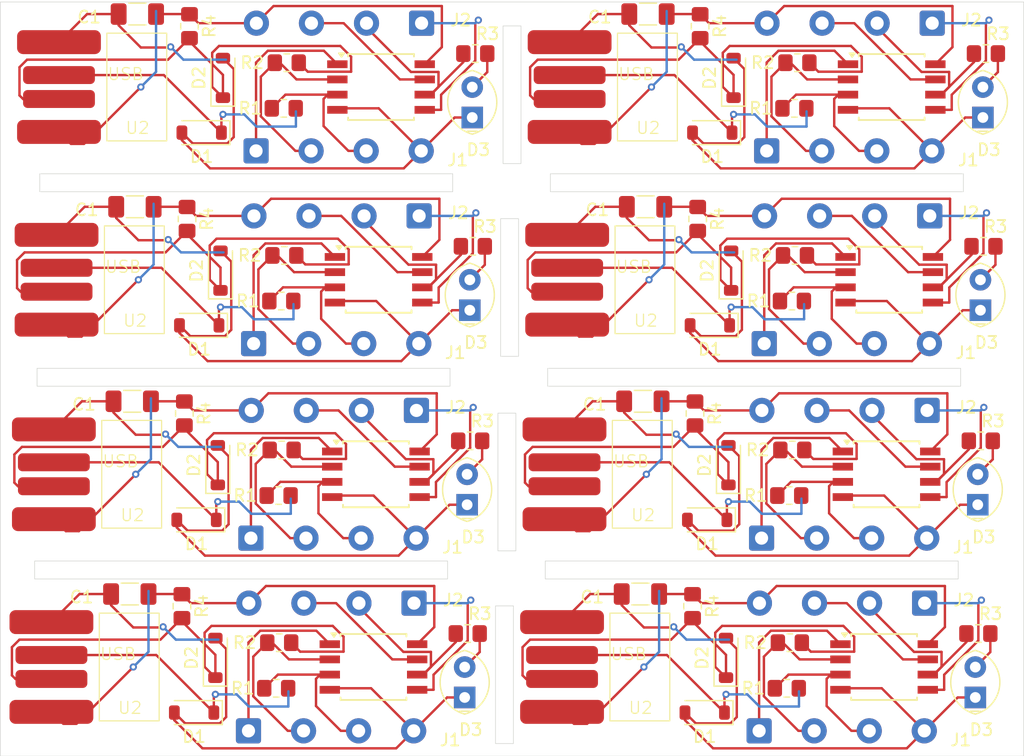
<source format=kicad_pcb>
(kicad_pcb (version 20240108) (generator "pcbnew") (generator_version "8.0")
  (layers (0 "F.Cu" signal) (31 "B.Cu" signal) (34 "B.Paste" user) (35 "F.Paste" user) (36 "B.SilkS" user "B.Silkscreen") (37 "F.SilkS" user "F.Silkscreen") (38 "B.Mask" user) (39 "F.Mask" user) (44 "Edge.Cuts" user))
  (net 0 "")
  (net 1 "+5V")
  (net 2 "GND")
  (net 3 "Net-(D1-K)")
  (net 4 "Net-(D2-K)")
  (net 5 "Net-(D3-A)")
  (net 6 "Net-(J1-Pin_3)")
  (net 7 "Net-(J1-Pin_1)")
  (net 8 "Net-(J1-Pin_2)")
  (net 9 "Net-(J2-Pin_2)")
  (net 10 "Net-(J2-Pin_3)")
  (net 11 "Net-(J2-Pin_1)")
  (footprint "Resistor_SMD:R_0805_2012Metric_Pad1.20x1.40mm_HandSolder" (layer "F.Cu") (at 98.602 81.124 -90)
    (property "Reference" "R4")
    (property "Value" "1K5" (hide yes))
  )
  (footprint "Diode_SMD:D_SOD-123" (layer "F.Cu") (at 101.6 69.342 90)
    (property "Reference" "D2")
    (property "Value" "3V6" (hide yes))
  )
  (footprint "Resistor_SMD:R_0805_2012Metric_Pad1.20x1.40mm_HandSolder" (layer "F.Cu") (at 106.048 120.333)
    (property "Reference" "R1")
    (property "Value" "68R" (hide yes))
  )
  (footprint "Resistor_SMD:R_0805_2012Metric_Pad1.20x1.40mm_HandSolder" (layer "F.Cu") (at 122.254 99.661)
    (property "Reference" "R3")
    (property "Value" "330R" (hide yes))
  )
  (footprint "Resistor_SMD:R_0805_2012Metric_Pad1.20x1.40mm_HandSolder" (layer "F.Cu") (at 140.833 113.475 -90)
    (property "Reference" "R4")
    (property "Value" "1K5" (hide yes))
  )
  (footprint "Capacitor_SMD:C_1206_3216Metric_Pad1.33x1.80mm_HandSolder" (layer "F.Cu") (at 136.9045 80.108 180)
    (property "Reference" "C1")
    (property "Value" "100n" (hide yes))
  )
  (footprint "Resistor_SMD:R_0805_2012Metric_Pad1.20x1.40mm_HandSolder" (layer "F.Cu") (at 149.165 100.423 180)
    (property "Reference" "R2")
    (property "Value" "68R" (hide yes))
  )
  (footprint "Diode_SMD:D_SOD-123" (layer "F.Cu") (at 100.968 117.793 90)
    (property "Reference" "D2")
    (property "Value" "3V6" (hide yes))
  )
  (footprint "LED_THT:LED_Oval_W5.2mm_H3.8mm" (layer "F.Cu") (at 164.883 88.749 90)
    (property "Reference" "D3")
    (property "Value" "LED" (hide yes))
  )
  (footprint "Capacitor_SMD:C_1206_3216Metric_Pad1.33x1.80mm_HandSolder" (layer "F.Cu") (at 93.8175 112.459 180)
    (property "Reference" "C1")
    (property "Value" "100n" (hide yes))
  )
  (footprint "1_My_custom_library:PCB_USB_connector" (layer "F.Cu") (at 129.93 118.555)
    (property "Reference" "U2" (hide yes))
    (property "Value" "~")
  )
  (footprint "Connector_Wire:SolderWire-0.5sqmm_1x04_P4.6mm_D0.9mm_OD2.1mm" (layer "F.Cu") (at 146.597 107.789)
    (property "Reference" "J1")
    (property "Value" "S08-1-4" (hide yes))
  )
  (footprint "Diode_SMD:D_SOD-123" (layer "F.Cu") (at 144.259 69.342 90)
    (property "Reference" "D2")
    (property "Value" "3V6" (hide yes))
  )
  (footprint "Capacitor_SMD:C_1206_3216Metric_Pad1.33x1.80mm_HandSolder" (layer "F.Cu") (at 94.0215 96.359 180)
    (property "Reference" "C1")
    (property "Value" "100n" (hide yes))
  )
  (footprint "Diode_SMD:D_SOD-123" (layer "F.Cu") (at 141.849 122.365 180)
    (property "Reference" "D1")
    (property "Value" "3V6" (hide yes))
  )
  (footprint "1_My_custom_library:PCB_USB_connector" (layer "F.Cu") (at 130.562 70.104)
    (property "Reference" "U2" (hide yes))
    (property "Value" "~")
  )
  (footprint "Diode_SMD:D_SOD-123" (layer "F.Cu") (at 142.053 106.265 180)
    (property "Reference" "D1")
    (property "Value" "3V6" (hide yes))
  )
  (footprint "Resistor_SMD:R_0805_2012Metric_Pad1.20x1.40mm_HandSolder" (layer "F.Cu") (at 98.378 97.375 -90)
    (property "Reference" "R4")
    (property "Value" "1K5" (hide yes))
  )
  (footprint "Connector_Wire:SolderWire-0.5sqmm_1x04_P4.6mm_D0.9mm_OD2.1mm" (layer "F.Cu") (at 117.562 113.221 180)
    (property "Reference" "J2")
    (property "Value" "S08-5-8" (hide yes))
  )
  (footprint "Connector_Wire:SolderWire-0.5sqmm_1x04_P4.6mm_D0.9mm_OD2.1mm" (layer "F.Cu") (at 104.162 91.538)
    (property "Reference" "J1")
    (property "Value" "S08-1-4" (hide yes))
  )
  (footprint "Connector_Wire:SolderWire-0.5sqmm_1x04_P4.6mm_D0.9mm_OD2.1mm" (layer "F.Cu") (at 160.649 80.87 180)
    (property "Reference" "J2")
    (property "Value" "S08-5-8" (hide yes))
  )
  (footprint "Diode_SMD:D_SOD-123" (layer "F.Cu") (at 101.396 85.442 90)
    (property "Reference" "D2")
    (property "Value" "3V6" (hide yes))
  )
  (footprint "Resistor_SMD:R_0805_2012Metric_Pad1.20x1.40mm_HandSolder" (layer "F.Cu") (at 106.252 104.233)
    (property "Reference" "R1")
    (property "Value" "68R" (hide yes))
  )
  (footprint "LED_THT:LED_Oval_W5.2mm_H3.8mm" (layer "F.Cu") (at 164.659 105 90)
    (property "Reference" "D3")
    (property "Value" "LED" (hide yes))
  )
  (footprint "Resistor_SMD:R_0805_2012Metric_Pad1.20x1.40mm_HandSolder" (layer "F.Cu") (at 148.707 120.333)
    (property "Reference" "R1")
    (property "Value" "68R" (hide yes))
  )
  (footprint "Connector_Wire:SolderWire-0.5sqmm_1x04_P4.6mm_D0.9mm_OD2.1mm" (layer "F.Cu") (at 160.853 64.77 180)
    (property "Reference" "J2")
    (property "Value" "S08-5-8" (hide yes))
  )
  (footprint "Package_SO:SOIC-8W_5.3x5.3mm_P1.27mm" (layer "F.Cu") (at 157.039 102.455)
    (property "Reference" "U1" (hide yes))
    (property "Value" "ATtiny25-20S" (hide yes))
  )
  (footprint "Capacitor_SMD:C_1206_3216Metric_Pad1.33x1.80mm_HandSolder" (layer "F.Cu") (at 137.1085 64.008 180)
    (property "Reference" "C1")
    (property "Value" "100n" (hide yes))
  )
  (footprint "Resistor_SMD:R_0805_2012Metric_Pad1.20x1.40mm_HandSolder" (layer "F.Cu") (at 149.339 71.882)
    (property "Reference" "R1")
    (property "Value" "68R" (hide yes))
  )
  (footprint "1_My_custom_library:PCB_USB_connector" (layer "F.Cu") (at 87.903 70.104)
    (property "Reference" "U2" (hide yes))
    (property "Value" "~")
  )
  (footprint "Resistor_SMD:R_0805_2012Metric_Pad1.20x1.40mm_HandSolder" (layer "F.Cu") (at 148.961 116.523 180)
    (property "Reference" "R2")
    (property "Value" "68R" (hide yes))
  )
  (footprint "Resistor_SMD:R_0805_2012Metric_Pad1.20x1.40mm_HandSolder" (layer "F.Cu") (at 165.341 67.31)
    (property "Reference" "R3")
    (property "Value" "330R" (hide yes))
  )
  (footprint "LED_THT:LED_Oval_W5.2mm_H3.8mm" (layer "F.Cu") (at 165.087 72.649 90)
    (property "Reference" "D3")
    (property "Value" "LED" (hide yes))
  )
  (footprint "Resistor_SMD:R_0805_2012Metric_Pad1.20x1.40mm_HandSolder" (layer "F.Cu") (at 122.478 83.41)
    (property "Reference" "R3")
    (property "Value" "330R" (hide yes))
  )
  (footprint "Connector_Wire:SolderWire-0.5sqmm_1x04_P4.6mm_D0.9mm_OD2.1mm" (layer "F.Cu") (at 104.366 75.438)
    (property "Reference" "J1")
    (property "Value" "S08-1-4" (hide yes))
  )
  (footprint "Connector_Wire:SolderWire-0.5sqmm_1x04_P4.6mm_D0.9mm_OD2.1mm" (layer "F.Cu") (at 117.766 97.121 180)
    (property "Reference" "J2")
    (property "Value" "S08-5-8" (hide yes))
  )
  (footprint "Connector_Wire:SolderWire-0.5sqmm_1x04_P4.6mm_D0.9mm_OD2.1mm" (layer "F.Cu") (at 103.734 123.889)
    (property "Reference" "J1")
    (property "Value" "S08-1-4" (hide yes))
  )
  (footprint "Package_SO:SOIC-8W_5.3x5.3mm_P1.27mm" (layer "F.Cu") (at 114.604 86.204)
    (property "Reference" "U1" (hide yes))
    (property "Value" "ATtiny25-20S" (hide yes))
  )
  (footprint "Diode_SMD:D_SOD-123" (layer "F.Cu") (at 144.055 85.442 90)
    (property "Reference" "D2")
    (property "Value" "3V6" (hide yes))
  )
  (footprint "Diode_SMD:D_SOD-123" (layer "F.Cu") (at 99.19 122.365 180)
    (property "Reference" "D1")
    (property "Value" "3V6" (hide yes))
  )
  (footprint "Resistor_SMD:R_0805_2012Metric_Pad1.20x1.40mm_HandSolder" (layer "F.Cu") (at 106.73 84.172 180)
    (property "Reference" "R2")
    (property "Value" "68R" (hide yes))
  )
  (footprint "LED_THT:LED_Oval_W5.2mm_H3.8mm" (layer "F.Cu") (at 122 105 90)
    (property "Reference" "D3")
    (property "Value" "LED" (hide yes))
  )
  (footprint "Resistor_SMD:R_0805_2012Metric_Pad1.20x1.40mm_HandSolder" (layer "F.Cu") (at 106.506 100.423 180)
    (property "Reference" "R2")
    (property "Value" "68R" (hide yes))
  )
  (footprint "Package_SO:SOIC-8W_5.3x5.3mm_P1.27mm" (layer "F.Cu") (at 114.176 118.555)
    (property "Reference" "U1" (hide yes))
    (property "Value" "ATtiny25-20S" (hide yes))
  )
  (footprint "Resistor_SMD:R_0805_2012Metric_Pad1.20x1.40mm_HandSolder" (layer "F.Cu") (at 149.389 84.172 180)
    (property "Reference" "R2")
    (property "Value" "68R" (hide yes))
  )
  (footprint "Resistor_SMD:R_0805_2012Metric_Pad1.20x1.40mm_HandSolder" (layer "F.Cu") (at 148.911 104.233)
    (property "Reference" "R1")
    (property "Value" "68R" (hide yes))
  )
  (footprint "Resistor_SMD:R_0805_2012Metric_Pad1.20x1.40mm_HandSolder" (layer "F.Cu") (at 122.05 115.761)
    (property "Reference" "R3")
    (property "Value" "330R" (hide yes))
  )
  (footprint "LED_THT:LED_Oval_W5.2mm_H3.8mm" (layer "F.Cu") (at 122.428 72.649 90)
    (property "Reference" "D3")
    (property "Value" "LED" (hide yes))
  )
  (footprint "Capacitor_SMD:C_1206_3216Metric_Pad1.33x1.80mm_HandSolder" (layer "F.Cu") (at 94.2455 80.108 180)
    (property "Reference" "C1")
    (property "Value" "100n" (hide yes))
  )
  (footprint "Resistor_SMD:R_0805_2012Metric_Pad1.20x1.40mm_HandSolder" (layer "F.Cu") (at 149.593 68.072 180)
    (property "Reference" "R2")
    (property "Value" "68R" (hide yes))
  )
  (footprint "Diode_SMD:D_SOD-123" (layer "F.Cu") (at 99.822 73.914 180)
    (property "Reference" "D1")
    (property "Value" "3V6" (hide yes))
  )
  (footprint "Connector_Wire:SolderWire-0.5sqmm_1x04_P4.6mm_D0.9mm_OD2.1mm" (layer "F.Cu") (at 146.393 123.889)
    (property "Reference" "J1")
    (property "Value" "S08-1-4" (hide yes))
  )
  (footprint "Package_SO:SOIC-8W_5.3x5.3mm_P1.27mm" (layer "F.Cu") (at 157.263 86.204)
    (property "Reference" "U1" (hide yes))
    (property "Value" "ATtiny25-20S" (hide yes))
  )
  (footprint "LED_THT:LED_Oval_W5.2mm_H3.8mm" (layer "F.Cu") (at 122.224 88.749 90)
    (property "Reference" "D3")
    (property "Value" "LED" (hide yes))
  )
  (footprint "1_My_custom_library:PCB_USB_connector" (layer "F.Cu") (at 87.475 102.455)
    (property "Reference" "U2" (hide yes))
    (property "Value" "~")
  )
  (footprint "Capacitor_SMD:C_1206_3216Metric_Pad1.33x1.80mm_HandSolder" (layer "F.Cu") (at 94.4495 64.008 180)
    (property "Reference" "C1")
    (property "Value" "100n" (hide yes))
  )
  (footprint "Resistor_SMD:R_0805_2012Metric_Pad1.20x1.40mm_HandSolder" (layer "F.Cu") (at 164.709 115.761)
    (property "Reference" "R3")
    (property "Value" "330R" (hide yes))
  )
  (footprint "Resistor_SMD:R_0805_2012Metric_Pad1.20x1.40mm_HandSolder" (layer "F.Cu") (at 164.913 99.661)
    (property "Reference" "R3")
    (property "Value" "330R" (hide yes))
  )
  (footprint "Resistor_SMD:R_0805_2012Metric_Pad1.20x1.40mm_HandSolder" (layer "F.Cu") (at 106.934 68.072 180)
    (property "Reference" "R2")
    (property "Value" "68R" (hide yes))
  )
  (footprint "Resistor_SMD:R_0805_2012Metric_Pad1.20x1.40mm_HandSolder" (layer "F.Cu") (at 106.68 71.882)
    (property "Reference" "R1")
    (property "Value" "68R" (hide yes))
  )
  (footprint "Capacitor_SMD:C_1206_3216Metric_Pad1.33x1.80mm_HandSolder" (layer "F.Cu") (at 136.6805 96.359 180)
    (property "Reference" "C1")
    (property "Value" "100n" (hide yes))
  )
  (footprint "Resistor_SMD:R_0805_2012Metric_Pad1.20x1.40mm_HandSolder" (layer "F.Cu") (at 141.037 97.375 -90)
    (property "Reference" "R4")
    (property "Value" "1K5" (hide yes))
  )
  (footprint "1_My_custom_library:PCB_USB_connector" (layer "F.Cu") (at 130.358 86.204)
    (property "Reference" "U2" (hide yes))
    (property "Value" "~")
  )
  (footprint "Diode_SMD:D_SOD-123" (layer "F.Cu") (at 101.172 101.693 90)
    (property "Reference" "D2")
    (property "Value" "3V6" (hide yes))
  )
  (footprint "Resistor_SMD:R_0805_2012Metric_Pad1.20x1.40mm_HandSolder" (layer "F.Cu") (at 141.465 65.024 -90)
    (property "Reference" "R4")
    (property "Value" "1K5" (hide yes))
  )
  (footprint "LED_THT:LED_Oval_W5.2mm_H3.8mm" (layer "F.Cu") (at 121.796 121.1 90)
    (property "Reference" "D3")
    (property "Value" "LED" (hide yes))
  )
  (footprint "Diode_SMD:D_SOD-123" (layer "F.Cu") (at 143.831 101.693 90)
    (property "Reference" "D2")
    (property "Value" "3V6" (hide yes))
  )
  (footprint "Diode_SMD:D_SOD-123" (layer "F.Cu") (at 99.618 90.014 180)
    (property "Reference" "D1")
    (property "Value" "3V6" (hide yes))
  )
  (footprint "Connector_Wire:SolderWire-0.5sqmm_1x04_P4.6mm_D0.9mm_OD2.1mm" (layer "F.Cu") (at 160.425 97.121 180)
    (property "Reference" "J2")
    (property "Value" "S08-5-8" (hide yes))
  )
  (footprint "Resistor_SMD:R_0805_2012Metric_Pad1.20x1.40mm_HandSolder" (layer "F.Cu") (at 98.174 113.475 -90)
    (property "Reference" "R4")
    (property "Value" "1K5" (hide yes))
  )
  (footprint "Connector_Wire:SolderWire-0.5sqmm_1x04_P4.6mm_D0.9mm_OD2.1mm" (layer "F.Cu") (at 146.821 91.538)
    (property "Reference" "J1")
    (property "Value" "S08-1-4" (hide yes))
  )
  (footprint "Resistor_SMD:R_0805_2012Metric_Pad1.20x1.40mm_HandSolder" (layer "F.Cu") (at 149.135 87.982)
    (property "Reference" "R1")
    (property "Value" "68R" (hide yes))
  )
  (footprint "Resistor_SMD:R_0805_2012Metric_Pad1.20x1.40mm_HandSolder" (layer "F.Cu") (at 106.476 87.982)
    (property "Reference" "R1")
    (property "Value" "68R" (hide yes))
  )
  (footprint "Package_SO:SOIC-8W_5.3x5.3mm_P1.27mm" (layer "F.Cu") (at 156.835 118.555)
    (property "Reference" "U1" (hide yes))
    (property "Value" "ATtiny25-20S" (hide yes))
  )
  (footprint "Connector_Wire:SolderWire-0.5sqmm_1x04_P4.6mm_D0.9mm_OD2.1mm" (layer "F.Cu") (at 118.194 64.77 180)
    (property "Reference" "J2")
    (property "Value" "S08-5-8" (hide yes))
  )
  (footprint "Resistor_SMD:R_0805_2012Metric_Pad1.20x1.40mm_HandSolder" (layer "F.Cu") (at 165.137 83.41)
    (property "Reference" "R3")
    (property "Value" "330R" (hide yes))
  )
  (footprint "1_My_custom_library:PCB_USB_connector" (layer "F.Cu") (at 87.271 118.555)
    (property "Reference" "U2" (hide yes))
    (property "Value" "~")
  )
  (footprint "Resistor_SMD:R_0805_2012Metric_Pad1.20x1.40mm_HandSolder" (layer "F.Cu") (at 98.806 65.024 -90)
    (property "Reference" "R4")
    (property "Value" "1K5" (hide yes))
  )
  (footprint "1_My_custom_library:PCB_USB_connector" (layer "F.Cu") (at 87.699 86.204)
    (property "Reference" "U2" (hide yes))
    (property "Value" "~")
  )
  (footprint "Resistor_SMD:R_0805_2012Metric_Pad1.20x1.40mm_HandSolder" (layer "F.Cu") (at 106.302 116.523 180)
    (property "Reference" "R2")
    (property "Value" "68R" (hide yes))
  )
  (footprint "Capacitor_SMD:C_1206_3216Metric_Pad1.33x1.80mm_HandSolder" (layer "F.Cu") (at 136.4765 112.459 180)
    (property "Reference" "C1")
    (property "Value" "100n" (hide yes))
  )
  (footprint "Diode_SMD:D_SOD-123" (layer "F.Cu") (at 142.277 90.014 180)
    (property "Reference" "D1")
    (property "Value" "3V6" (hide yes))
  )
  (footprint "LED_THT:LED_Oval_W5.2mm_H3.8mm" (layer "F.Cu") (at 164.455 121.1 90)
    (property "Reference" "D3")
    (property "Value" "LED" (hide yes))
  )
  (footprint "Resistor_SMD:R_0805_2012Metric_Pad1.20x1.40mm_HandSolder" (layer "F.Cu") (at 141.261 81.124 -90)
    (property "Reference" "R4")
    (property "Value" "1K5" (hide yes))
  )
  (footprint "1_My_custom_library:PCB_USB_connector" (layer "F.Cu") (at 130.134 102.455)
    (property "Reference" "U2" (hide yes))
    (property "Value" "~")
  )
  (footprint "Diode_SMD:D_SOD-123" (layer "F.Cu") (at 143.627 117.793 90)
    (property "Reference" "D2")
    (property "Value" "3V6" (hide yes))
  )
  (footprint "Package_SO:SOIC-8W_5.3x5.3mm_P1.27mm" (layer "F.Cu") (at 157.467 70.104)
    (property "Reference" "U1" (hide yes))
    (property "Value" "ATtiny25-20S" (hide yes))
  )
  (footprint "Resistor_SMD:R_0805_2012Metric_Pad1.20x1.40mm_HandSolder" (layer "F.Cu") (at 122.682 67.31)
    (property "Reference" "R3")
    (property "Value" "330R" (hide yes))
  )
  (footprint "Connector_Wire:SolderWire-0.5sqmm_1x04_P4.6mm_D0.9mm_OD2.1mm" (layer "F.Cu") (at 160.221 113.221 180)
    (property "Reference" "J2")
    (property "Value" "S08-5-8" (hide yes))
  )
  (footprint "Diode_SMD:D_SOD-123" (layer "F.Cu") (at 142.481 73.914 180)
    (property "Reference" "D1")
    (property "Value" "3V6" (hide yes))
  )
  (footprint "Connector_Wire:SolderWire-0.5sqmm_1x04_P4.6mm_D0.9mm_OD2.1mm" (layer "F.Cu") (at 117.99 80.87 180)
    (property "Reference" "J2")
    (property "Value" "S08-5-8" (hide yes))
  )
  (footprint "Connector_Wire:SolderWire-0.5sqmm_1x04_P4.6mm_D0.9mm_OD2.1mm" (layer "F.Cu") (at 103.938 107.789)
    (property "Reference" "J1")
    (property "Value" "S08-1-4" (hide yes))
  )
  (footprint "Package_SO:SOIC-8W_5.3x5.3mm_P1.27mm" (layer "F.Cu") (at 114.808 70.104)
    (property "Reference" "U1" (hide yes))
    (property "Value" "ATtiny25-20S" (hide yes))
  )
  (footprint "Diode_SMD:D_SOD-123" (layer "F.Cu") (at 99.394 106.265 180)
    (property "Reference" "D1")
    (property "Value" "3V6" (hide yes))
  )
  (footprint "Package_SO:SOIC-8W_5.3x5.3mm_P1.27mm" (layer "F.Cu") (at 114.38 102.455)
    (property "Reference" "U1" (hide yes))
    (property "Value" "ATtiny25-20S" (hide yes))
  )
  (footprint "Connector_Wire:SolderWire-0.5sqmm_1x04_P4.6mm_D0.9mm_OD2.1mm" (layer "F.Cu") (at 147.025 75.438)
    (property "Reference" "J1")
    (property "Value" "S08-1-4" (hide yes))
  )
  (gr_rect (start 128.955 77.35) (end 163.455 78.85) (stroke (width 0.05)) (fill none) (layer "Edge.Cuts"))
  (gr_rect (start 128.731 93.601) (end 163.231 95.101) (stroke (width 0.05)) (fill none) (layer "Edge.Cuts"))
  (gr_rect (start 125 65) (end 126.5 76.5) (stroke (width 0.05)) (fill none) (layer "Edge.Cuts"))
  (gr_rect (start 85.868 109.701) (end 120.368 111.201) (stroke (width 0.05)) (fill none) (layer "Edge.Cuts"))
  (gr_rect (start 86.296 77.35) (end 120.796 78.85) (stroke (width 0.05)) (fill none) (layer "Edge.Cuts"))
  (gr_rect (start 124.368 113.451) (end 125.868 124.951) (stroke (width 0.05)) (fill none) (layer "Edge.Cuts"))
  (gr_rect (start 83 63) (end 168.5 126) (stroke (width 0.05)) (fill none) (layer "Edge.Cuts"))
  (gr_rect (start 128.527 109.701) (end 163.027 111.201) (stroke (width 0.05)) (fill none) (layer "Edge.Cuts"))
  (gr_rect (start 124.572 97.351) (end 126.072 108.851) (stroke (width 0.05)) (fill none) (layer "Edge.Cuts"))
  (gr_rect (start 124.796 81.1) (end 126.296 92.6) (stroke (width 0.05)) (fill none) (layer "Edge.Cuts"))
  (gr_rect (start 86.072 93.601) (end 120.572 95.101) (stroke (width 0.05)) (fill none) (layer "Edge.Cuts"))
  (segment (start 119.684 79.438) (end 105.622 79.438) (width 0.2) (layer "F.Cu") (net 1))
  (segment (start 147.853 111.789) (end 146.421 113.221) (width 0.2) (layer "F.Cu") (net 1))
  (segment (start 161.117 68.199) (end 162.547 66.769) (width 0.2) (layer "F.Cu") (net 1))
  (segment (start 141.783 97.121) (end 141.037 96.375) (width 0.2) (layer "F.Cu") (net 1))
  (segment (start 118.03 100.55) (end 119.46 99.12) (width 0.2) (layer "F.Cu") (net 1))
  (segment (start 105.826 63.338) (end 104.394 64.77) (width 0.2) (layer "F.Cu") (net 1))
  (segment (start 131.562 74.854) (end 132.651 74.854) (width 0.2) (layer "F.Cu") (net 1))
  (segment (start 87.475 106.205) (end 88.475 107.205) (width 0.2) (layer "F.Cu") (net 1))
  (segment (start 148.281 79.438) (end 146.849 80.87) (width 0.2) (layer "F.Cu") (net 1))
  (segment (start 88.475 107.205) (end 89.564 107.205) (width 0.2) (layer "F.Cu") (net 1))
  (segment (start 130.93 123.305) (end 132.019 123.305) (width 0.2) (layer "F.Cu") (net 1))
  (segment (start 119.888 63.338) (end 105.826 63.338) (width 0.2) (layer "F.Cu") (net 1))
  (segment (start 98.586 80.108) (end 98.602 80.124) (width 0.2) (layer "F.Cu") (net 1))
  (segment (start 98.92 113.221) (end 98.174 112.475) (width 0.2) (layer "F.Cu") (net 1))
  (segment (start 131.358 90.954) (end 132.447 90.954) (width 0.2) (layer "F.Cu") (net 1))
  (segment (start 130.358 89.954) (end 131.358 90.954) (width 0.2) (layer "F.Cu") (net 1))
  (segment (start 160.913 84.299) (end 162.343 82.869) (width 0.2) (layer "F.Cu") (net 1))
  (segment (start 130.134 106.205) (end 131.134 107.205) (width 0.2) (layer "F.Cu") (net 1))
  (segment (start 118.254 84.299) (end 119.684 82.869) (width 0.2) (layer "F.Cu") (net 1))
  (segment (start 141.021 96.359) (end 141.037 96.375) (width 0.2) (layer "F.Cu") (net 1))
  (segment (start 119.888 66.769) (end 119.888 63.338) (width 0.2) (layer "F.Cu") (net 1))
  (segment (start 132.223 107.205) (end 136.973 102.455) (width 0.2) (layer "F.Cu") (net 1))
  (segment (start 132.651 74.854) (end 137.401 70.104) (width 0.2) (layer "F.Cu") (net 1))
  (segment (start 104.394 64.77) (end 99.552 64.77) (width 0.2) (layer "F.Cu") (net 1))
  (segment (start 105.194 111.789) (end 103.762 113.221) (width 0.2) (layer "F.Cu") (net 1))
  (segment (start 148.485 63.338) (end 147.053 64.77) (width 0.2) (layer "F.Cu") (net 1))
  (segment (start 142.211 64.77) (end 141.465 64.024) (width 0.2) (layer "F.Cu") (net 1))
  (segment (start 132.447 90.954) (end 137.197 86.204) (width 0.2) (layer "F.Cu") (net 1))
  (segment (start 141.579 113.221) (end 140.833 112.475) (width 0.2) (layer "F.Cu") (net 1))
  (segment (start 87.699 89.954) (end 88.699 90.954) (width 0.2) (layer "F.Cu") (net 1))
  (segment (start 119.256 115.22) (end 119.256 111.789) (width 0.2) (layer "F.Cu") (net 1))
  (segment (start 87.271 122.305) (end 88.271 123.305) (width 0.2) (layer "F.Cu") (net 1))
  (segment (start 160.689 100.55) (end 162.119 99.12) (width 0.2) (layer "F.Cu") (net 1))
  (segment (start 131.134 107.205) (end 132.223 107.205) (width 0.2) (layer "F.Cu") (net 1))
  (segment (start 142.007 80.87) (end 141.261 80.124) (width 0.2) (layer "F.Cu") (net 1))
  (segment (start 138.671 64.008) (end 141.449 64.008) (width 0.2) (layer "F.Cu") (net 1))
  (segment (start 140.817 112.459) (end 140.833 112.475) (width 0.2) (layer "F.Cu") (net 1))
  (segment (start 117.826 116.65) (end 119.256 115.22) (width 0.2) (layer "F.Cu") (net 1))
  (segment (start 88.271 123.305) (end 89.36 123.305) (width 0.2) (layer "F.Cu") (net 1))
  (segment (start 146.849 80.87) (end 142.007 80.87) (width 0.2) (layer "F.Cu") (net 1))
  (segment (start 141.245 80.108) (end 141.261 80.124) (width 0.2) (layer "F.Cu") (net 1))
  (segment (start 87.903 73.854) (end 88.903 74.854) (width 0.2) (layer "F.Cu") (net 1))
  (segment (start 89.36 123.305) (end 94.11 118.555) (width 0.2) (layer "F.Cu") (net 1))
  (segment (start 95.38 112.459) (end 98.158 112.459) (width 0.2) (layer "F.Cu") (net 1))
  (segment (start 130.562 73.854) (end 131.562 74.854) (width 0.2) (layer "F.Cu") (net 1))
  (segment (start 147.053 64.77) (end 142.211 64.77) (width 0.2) (layer "F.Cu") (net 1))
  (segment (start 88.903 74.854) (end 89.992 74.854) (width 0.2) (layer "F.Cu") (net 1))
  (segment (start 141.449 64.008) (end 141.465 64.024) (width 0.2) (layer "F.Cu") (net 1))
  (segment (start 88.699 90.954) (end 89.788 90.954) (width 0.2) (layer "F.Cu") (net 1))
  (segment (start 95.584 96.359) (end 98.362 96.359) (width 0.2) (layer "F.Cu") (net 1))
  (segment (start 132.019 123.305) (end 136.769 118.555) (width 0.2) (layer "F.Cu") (net 1))
  (segment (start 103.966 97.121) (end 99.124 97.121) (width 0.2) (layer "F.Cu") (net 1))
  (segment (start 129.93 122.305) (end 130.93 123.305) (width 0.2) (layer "F.Cu") (net 1))
  (segment (start 160.485 116.65) (end 161.915 115.22) (width 0.2) (layer "F.Cu") (net 1))
  (segment (start 99.348 80.87) (end 98.602 80.124) (width 0.2) (layer "F.Cu") (net 1))
  (segment (start 98.158 112.459) (end 98.174 112.475) (width 0.2) (layer "F.Cu") (net 1))
  (segment (start 104.19 80.87) (end 99.348 80.87) (width 0.2) (layer "F.Cu") (net 1))
  (segment (start 98.362 96.359) (end 98.378 96.375) (width 0.2) (layer "F.Cu") (net 1))
  (segment (start 162.547 66.769) (end 162.547 63.338) (width 0.2) (layer "F.Cu") (net 1))
  (segment (start 103.762 113.221) (end 98.92 113.221) (width 0.2) (layer "F.Cu") (net 1))
  (segment (start 138.467 80.108) (end 141.245 80.108) (width 0.2) (layer "F.Cu") (net 1))
  (segment (start 162.343 82.869) (end 162.343 79.438) (width 0.2) (layer "F.Cu") (net 1))
  (segment (start 89.992 74.854) (end 94.742 70.104) (width 0.2) (layer "F.Cu") (net 1))
  (segment (start 98.79 64.008) (end 98.806 64.024) (width 0.2) (layer "F.Cu") (net 1))
  (segment (start 105.398 95.689) (end 103.966 97.121) (width 0.2) (layer "F.Cu") (net 1))
  (segment (start 99.124 97.121) (end 98.378 96.375) (width 0.2) (layer "F.Cu") (net 1))
  (segment (start 119.256 111.789) (end 105.194 111.789) (width 0.2) (layer "F.Cu") (net 1))
  (segment (start 148.057 95.689) (end 146.625 97.121) (width 0.2) (layer "F.Cu") (net 1))
  (segment (start 162.119 99.12) (end 162.119 95.689) (width 0.2) (layer "F.Cu") (net 1))
  (segment (start 146.625 97.121) (end 141.783 97.121) (width 0.2) (layer "F.Cu") (net 1))
  (segment (start 161.915 111.789) (end 147.853 111.789) (width 0.2) (layer "F.Cu") (net 1))
  (segment (start 138.243 96.359) (end 141.021 96.359) (width 0.2) (layer "F.Cu") (net 1))
  (segment (start 105.622 79.438) (end 104.19 80.87) (width 0.2) (layer "F.Cu") (net 1))
  (segment (start 95.808 80.108) (end 98.586 80.108) (width 0.2) (layer "F.Cu") (net 1))
  (segment (start 89.788 90.954) (end 94.538 86.204) (width 0.2) (layer "F.Cu") (net 1))
  (segment (start 119.46 95.689) (end 105.398 95.689) (width 0.2) (layer "F.Cu") (net 1))
  (segment (start 89.564 107.205) (end 94.314 102.455) (width 0.2) (layer "F.Cu") (net 1))
  (segment (start 99.552 64.77) (end 98.806 64.024) (width 0.2) (layer "F.Cu") (net 1))
  (segment (start 119.684 82.869) (end 119.684 79.438) (width 0.2) (layer "F.Cu") (net 1))
  (segment (start 161.915 115.22) (end 161.915 111.789) (width 0.2) (layer "F.Cu") (net 1))
  (segment (start 162.119 95.689) (end 148.057 95.689) (width 0.2) (layer "F.Cu") (net 1))
  (segment (start 96.012 64.008) (end 98.79 64.008) (width 0.2) (layer "F.Cu") (net 1))
  (segment (start 162.343 79.438) (end 148.281 79.438) (width 0.2) (layer "F.Cu") (net 1))
  (segment (start 146.421 113.221) (end 141.579 113.221) (width 0.2) (layer "F.Cu") (net 1))
  (segment (start 162.547 63.338) (end 148.485 63.338) (width 0.2) (layer "F.Cu") (net 1))
  (segment (start 118.458 68.199) (end 119.888 66.769) (width 0.2) (layer "F.Cu") (net 1))
  (segment (start 138.039 112.459) (end 140.817 112.459) (width 0.2) (layer "F.Cu") (net 1))
  (segment (start 119.46 99.12) (end 119.46 95.689) (width 0.2) (layer "F.Cu") (net 1))
  (via (at 136.973 102.455) (size 0.6) (drill 0.3) (layers "F.Cu" "B.Cu") (net 1))
  (via (at 137.197 86.204) (size 0.6) (drill 0.3) (layers "F.Cu" "B.Cu") (net 1))
  (via (at 94.742 70.104) (size 0.6) (drill 0.3) (layers "F.Cu" "B.Cu") (net 1))
  (via (at 136.769 118.555) (size 0.6) (drill 0.3) (layers "F.Cu" "B.Cu") (net 1))
  (via (at 137.401 70.104) (size 0.6) (drill 0.3) (layers "F.Cu" "B.Cu") (net 1))
  (via (at 94.538 86.204) (size 0.6) (drill 0.3) (layers "F.Cu" "B.Cu") (net 1))
  (via (at 94.314 102.455) (size 0.6) (drill 0.3) (layers "F.Cu" "B.Cu") (net 1))
  (via (at 94.11 118.555) (size 0.6) (drill 0.3) (layers "F.Cu" "B.Cu") (net 1))
  (segment (start 95.808 84.934) (end 95.808 79.854) (width 0.2) (layer "B.Cu") (net 1))
  (segment (start 94.538 86.204) (end 95.808 84.934) (width 0.2) (layer "B.Cu") (net 1))
  (segment (start 138.671 68.834) (end 138.671 63.754) (width 0.2) (layer "B.Cu") (net 1))
  (segment (start 95.584 101.185) (end 95.584 96.105) (width 0.2) (layer "B.Cu") (net 1))
  (segment (start 136.973 102.455) (end 138.243 101.185) (width 0.2) (layer "B.Cu") (net 1))
  (segment (start 95.38 117.285) (end 95.38 112.205) (width 0.2) (layer "B.Cu") (net 1))
  (segment (start 138.467 84.934) (end 138.467 79.854) (width 0.2) (layer "B.Cu") (net 1))
  (segment (start 94.11 118.555) (end 95.38 117.285) (width 0.2) (layer "B.Cu") (net 1))
  (segment (start 137.197 86.204) (end 138.467 84.934) (width 0.2) (layer "B.Cu") (net 1))
  (segment (start 137.401 70.104) (end 138.671 68.834) (width 0.2) (layer "B.Cu") (net 1))
  (segment (start 96.012 68.834) (end 96.012 63.754) (width 0.2) (layer "B.Cu") (net 1))
  (segment (start 138.243 101.185) (end 138.243 96.105) (width 0.2) (layer "B.Cu") (net 1))
  (segment (start 94.314 102.455) (end 95.584 101.185) (width 0.2) (layer "B.Cu") (net 1))
  (segment (start 94.742 70.104) (end 96.012 68.834) (width 0.2) (layer "B.Cu") (net 1))
  (segment (start 138.039 117.285) (end 138.039 112.205) (width 0.2) (layer "B.Cu") (net 1))
  (segment (start 136.769 118.555) (end 138.039 117.285) (width 0.2) (layer "B.Cu") (net 1))
  (segment (start 153.613 88.109) (end 153.613 88.076) (width 0.2) (layer "F.Cu") (net 2))
  (segment (start 134.914 112.459) (end 134.914 113.398) (width 0.2) (layer "F.Cu") (net 2))
  (segment (start 102.296 84.692) (end 102.296 90.384) (width 0.2) (layer "F.Cu") (net 2))
  (segment (start 98.868 90.914) (end 97.968 90.014) (width 0.2) (layer "F.Cu") (net 2))
  (segment (start 117.534 123.889) (end 120.323 121.1) (width 0.2) (layer "F.Cu") (net 2))
  (segment (start 102.5 68.592) (end 102.5 74.284) (width 0.2) (layer "F.Cu") (net 2))
  (segment (start 89.821 96.359) (end 87.475 98.705) (width 0.2) (layer "F.Cu") (net 2))
  (segment (start 141.099 123.265) (end 140.199 122.365) (width 0.2) (layer "F.Cu") (net 2))
  (segment (start 159.159 93) (end 160.621 91.538) (width 0.2) (layer "F.Cu") (net 2))
  (segment (start 100.094 109.251) (end 116.276 109.251) (width 0.2) (layer "F.Cu") (net 2))
  (segment (start 102.5 74.284) (end 101.97 74.814) (width 0.2) (layer "F.Cu") (net 2))
  (segment (start 100.968 116.143) (end 101.868 117.043) (width 0.2) (layer "F.Cu") (net 2))
  (segment (start 97.54 123.001) (end 99.89 125.351) (width 0.2) (layer "F.Cu") (net 2))
  (segment (start 101.766 90.914) (end 98.868 90.914) (width 0.2) (layer "F.Cu") (net 2))
  (segment (start 132.908 64.008) (end 130.562 66.354) (width 0.2) (layer "F.Cu") (net 2))
  (segment (start 110.824 104.233) (end 114.182 104.233) (width 0.2) (layer "F.Cu") (net 2))
  (segment (start 110.954 88.076) (end 111.048 87.982) (width 0.2) (layer "F.Cu") (net 2))
  (segment (start 100.522 76.9) (end 116.704 76.9) (width 0.2) (layer "F.Cu") (net 2))
  (segment (start 145.159 68.592) (end 145.159 74.284) (width 0.2) (layer "F.Cu") (net 2))
  (segment (start 120.323 121.1) (end 121.796 121.1) (width 0.2) (layer "F.Cu") (net 2))
  (segment (start 92.683 80.108) (end 92.683 81.047) (width 0.2) (layer "F.Cu") (net 2))
  (segment (start 144.201 107.165) (end 141.303 107.165) (width 0.2) (layer "F.Cu") (net 2))
  (segment (start 156.841 104.233) (end 160.397 107.789) (width 0.2) (layer "F.Cu") (net 2))
  (segment (start 118.166 75.438) (end 120.955 72.649) (width 0.2) (layer "F.Cu") (net 2))
  (segment (start 153.707 87.982) (end 157.065 87.982) (width 0.2) (layer "F.Cu") (net 2))
  (segment (start 140.403 106.901) (end 142.753 109.251) (width 0.2) (layer "F.Cu") (net 2))
  (segment (start 157.065 87.982) (end 160.621 91.538) (width 0.2) (layer "F.Cu") (net 2))
  (segment (start 141.527 90.914) (end 140.627 90.014) (width 0.2) (layer "F.Cu") (net 2))
  (segment (start 153.817 71.976) (end 153.911 71.882) (width 0.2) (layer "F.Cu") (net 2))
  (segment (start 140.199 122.365) (end 140.199 123.001) (width 0.2) (layer "F.Cu") (net 2))
  (segment (start 134.914 112.459) (end 132.276 112.459) (width 0.2) (layer "F.Cu") (net 2))
  (segment (start 139.20647 115.253) (end 139.257735 115.201735) (width 0.2) (layer "F.Cu") (net 2))
  (segment (start 97.968 90.65) (end 100.318 93) (width 0.2) (layer "F.Cu") (net 2))
  (segment (start 120.751 88.749) (end 122.224 88.749) (width 0.2) (layer "F.Cu") (net 2))
  (segment (start 92.459 96.359) (end 92.459 97.298) (width 0.2) (layer "F.Cu") (net 2))
  (segment (start 110.73 104.36) (end 110.73 104.327) (width 0.2) (layer "F.Cu") (net 2))
  (segment (start 144.955 84.692) (end 144.955 90.384) (width 0.2) (layer "F.Cu") (net 2))
  (segment (start 139.83847 66.802) (end 139.889735 66.750735) (width 0.2) (layer "F.Cu") (net 2))
  (segment (start 99.072 74.814) (end 98.172 73.914) (width 0.2) (layer "F.Cu") (net 2))
  (segment (start 160.825 75.438) (end 163.614 72.649) (width 0.2) (layer "F.Cu") (net 2))
  (segment (start 140.627 90.014) (end 140.627 90.65) (width 0.2) (layer "F.Cu") (net 2))
  (segment (start 135.118 96.359) (end 132.48 96.359) (width 0.2) (layer "F.Cu") (net 2))
  (segment (start 144.955 90.384) (end 144.425 90.914) (width 0.2) (layer "F.Cu") (net 2))
  (segment (start 97.968 90.014) (end 97.968 90.65) (width 0.2) (layer "F.Cu") (net 2))
  (segment (start 135.342 80.108) (end 135.342 81.047) (width 0.2) (layer "F.Cu") (net 2))
  (segment (start 110.526 120.46) (end 110.526 120.427) (width 0.2) (layer "F.Cu") (net 2))
  (segment (start 98.172 73.914) (end 98.172 74.55) (width 0.2) (layer "F.Cu") (net 2))
  (segment (start 117.962 91.538) (end 120.751 88.749) (width 0.2) (layer "F.Cu") (net 2))
  (segment (start 134.914 113.398) (end 136.769 115.253) (width 0.2) (layer "F.Cu") (net 2))
  (segment (start 163.614 72.649) (end 165.087 72.649) (width 0.2) (layer "F.Cu") (net 2))
  (segment (start 101.396 83.792) (end 102.296 84.692) (width 0.2) (layer "F.Cu") (net 2))
  (segment (start 156.637 120.333) (end 160.193 123.889) (width 0.2) (layer "F.Cu") (net 2))
  (segment (start 113.978 120.333) (end 117.534 123.889) (width 0.2) (layer "F.Cu") (net 2))
  (segment (start 99.89 125.351) (end 116.072 125.351) (width 0.2) (layer "F.Cu") (net 2))
  (segment (start 116.072 125.351) (end 117.534 123.889) (width 0.2) (layer "F.Cu") (net 2))
  (segment (start 160.193 123.889) (end 162.982 121.1) (width 0.2) (layer "F.Cu") (net 2))
  (segment (start 153.389 104.327) (end 153.483 104.233) (width 0.2) (layer "F.Cu") (net 2))
  (segment (start 140.831 74.55) (end 143.181 76.9) (width 0.2) (layer "F.Cu") (net 2))
  (segment (start 110.954 88.109) (end 110.954 88.076) (width 0.2) (layer "F.Cu") (net 2))
  (segment (start 110.73 104.327) (end 110.824 104.233) (width 0.2) (layer "F.Cu") (net 2))
  (segment (start 110.526 120.427) (end 110.62 120.333) (width 0.2) (layer "F.Cu") (net 2))
  (segment (start 116.5 93) (end 117.962 91.538) (width 0.2) (layer "F.Cu") (net 2))
  (segment (start 158.731 125.351) (end 160.193 123.889) (width 0.2) (layer "F.Cu") (net 2))
  (segment (start 96.97547 82.902) (end 97.026735 82.850735) (width 0.2) (layer "F.Cu") (net 2))
  (segment (start 145.159 74.284) (end 144.629 74.814) (width 0.2) (layer "F.Cu") (net 2))
  (segment (start 144.731 106.635) (end 144.201 107.165) (width 0.2) (layer "F.Cu") (net 2))
  (segment (start 114.406 87.982) (end 117.962 91.538) (width 0.2) (layer "F.Cu") (net 2))
  (segment (start 92.683 81.047) (end 94.538 82.902) (width 0.2) (layer "F.Cu") (net 2))
  (segment (start 136.973 99.153) (end 139.41047 99.153) (width 0.2) (layer "F.Cu") (net 2))
  (segment (start 142.977 93) (end 159.159 93) (width 0.2) (layer "F.Cu") (net 2))
  (segment (start 142.753 109.251) (end 158.935 109.251) (width 0.2) (layer "F.Cu") (net 2))
  (segment (start 96.54747 115.253) (end 96.598735 115.201735) (width 0.2) (layer "F.Cu") (net 2))
  (segment (start 143.181 76.9) (end 159.363 76.9) (width 0.2) (layer "F.Cu") (net 2))
  (segment (start 153.279 120.333) (end 156.637 120.333) (width 0.2) (layer "F.Cu") (net 2))
  (segment (start 98.44 123.265) (end 97.54 122.365) (width 0.2) (layer "F.Cu") (net 2))
  (segment (start 111.158 71.976) (end 111.252 71.882) (width 0.2) (layer "F.Cu") (net 2))
  (segment (start 140.627 90.65) (end 142.977 93) (width 0.2) (layer "F.Cu") (net 2))
  (segment (start 144.629 74.814) (end 141.731 74.814) (width 0.2) (layer "F.Cu") (net 2))
  (segment (start 140.403 106.265) (end 140.403 106.901) (width 0.2) (layer "F.Cu") (net 2))
  (segment (start 101.6 67.692) (end 102.5 68.592) (width 0.2) (layer "F.Cu") (net 2))
  (segment (start 120.527 105) (end 122 105) (width 0.2) (layer "F.Cu") (net 2))
  (segment (start 143.627 116.143) (end 144.527 117.043) (width 0.2) (layer "F.Cu") (net 2))
  (segment (start 136.769 115.253) (end 139.20647 115.253) (width 0.2) (layer "F.Cu") (net 2))
  (segment (start 97.744 106.901) (end 100.094 109.251) (width 0.2) (layer "F.Cu") (net 2))
  (segment (start 153.911 71.882) (end 157.269 71.882) (width 0.2) (layer "F.Cu") (net 2))
  (segment (start 135.342 80.108) (end 132.704 80.108) (width 0.2) (layer "F.Cu") (net 2))
  (segment (start 94.11 115.253) (end 96.54747 115.253) (width 0.2) (layer "F.Cu") (net 2))
  (segment (start 144.259 67.692) (end 145.159 68.592) (width 0.2) (layer "F.Cu") (net 2))
  (segment (start 153.185 120.46) (end 153.185 120.427) (width 0.2) (layer "F.Cu") (net 2))
  (segment (start 94.742 66.802) (end 97.17947 66.802) (width 0.2) (layer "F.Cu") (net 2))
  (segment (start 163.186 105) (end 164.659 105) (width 0.2) (layer "F.Cu") (net 2))
  (segment (start 135.342 81.047) (end 137.197 82.902) (width 0.2) (layer "F.Cu") (net 2))
  (segment (start 102.072 106.635) (end 101.542 107.165) (width 0.2) (layer "F.Cu") (net 2))
  (segment (start 101.542 107.165) (end 98.644 107.165) (width 0.2) (layer "F.Cu") (net 2))
  (segment (start 90.045 80.108) (end 87.699 82.454) (width 0.2) (layer "F.Cu") (net 2))
  (segment (start 97.54 122.365) (end 97.54 123.001) (width 0.2) (layer "F.Cu") (net 2))
  (segment (start 158.935 109.251) (end 160.397 107.789) (width 0.2) (layer "F.Cu") (net 2))
  (segment (start 92.683 80.108) (end 90.045 80.108) (width 0.2) (layer "F.Cu") (net 2))
  (segment (start 137.197 82.902) (end 139.63447 82.902) (width 0.2) (layer "F.Cu") (net 2))
  (segment (start 132.48 96.359) (end 130.134 98.705) (width 0.2) (layer "F.Cu") (net 2))
  (segment (start 137.401 66.802) (end 139.83847 66.802) (width 0.2) (layer "F.Cu") (net 2))
  (segment (start 141.303 107.165) (end 140.403 106.265) (width 0.2) (layer "F.Cu") (net 2))
  (segment (start 141.731 74.814) (end 140.831 73.914) (width 0.2) (layer "F.Cu") (net 2))
  (segment (start 144.731 100.943) (end 144.731 106.635) (width 0.2) (layer "F.Cu") (net 2))
  (segment (start 135.546 64.947) (end 137.401 66.802) (width 0.2) (layer "F.Cu") (net 2))
  (segment (start 143.997 123.265) (end 141.099 123.265) (width 0.2) (layer "F.Cu") (net 2))
  (segment (start 102.296 90.384) (end 101.766 90.914) (width 0.2) (layer "F.Cu") (net 2))
  (segment (start 135.546 64.008) (end 135.546 64.947) (width 0.2) (layer "F.Cu") (net 2))
  (segment (start 92.887 64.008) (end 92.887 64.947) (width 0.2) (layer "F.Cu") (net 2))
  (segment (start 101.868 122.735) (end 101.338 123.265) (width 0.2) (layer "F.Cu") (net 2))
  (segment (start 144.055 83.792) (end 144.955 84.692) (width 0.2) (layer "F.Cu") (net 2))
  (segment (start 142.549 125.351) (end 158.731 125.351) (width 0.2) (layer "F.Cu") (net 2))
  (segment (start 132.704 80.108) (end 130.358 82.454) (width 0.2) (layer "F.Cu") (net 2))
  (segment (start 117.738 107.789) (end 120.527 105) (width 0.2) (layer "F.Cu") (net 2))
  (segment (start 92.255 112.459) (end 89.617 112.459) (width 0.2) (layer "F.Cu") (net 2))
  (segment (start 140.831 73.914) (end 140.831 74.55) (width 0.2) (layer "F.Cu") (net 2))
  (segment (start 162.982 121.1) (end 164.455 121.1) (width 0.2) (layer "F.Cu") (net 2))
  (segment (start 114.61 71.882) (end 118.166 75.438) (width 0.2) (layer "F.Cu") (net 2))
  (segment (start 98.644 107.165) (end 97.744 106.265) (width 0.2) (layer "F.Cu") (net 2))
  (segment (start 153.613 88.076) (end 153.707 87.982) (width 0.2) (layer "F.Cu") (net 2))
  (segment (start 92.255 112.459) (end 92.255 113.398) (width 0.2) (layer "F.Cu") (net 2))
  (segment (start 135.118 97.298) (end 136.973 99.153) (width 0.2) (layer "F.Cu") (net 2))
  (segment (start 111.252 71.882) (end 114.61 71.882) (width 0.2) (layer "F.Cu") (net 2))
  (segment (start 144.425 90.914) (end 141.527 90.914) (width 0.2) (layer "F.Cu") (net 2))
  (segment (start 92.459 97.298) (end 94.314 99.153) (width 0.2) (layer "F.Cu") (net 2))
  (segment (start 159.363 76.9) (end 160.825 75.438) (width 0.2) (layer "F.Cu") (net 2))
  (segment (start 92.887 64.008) (end 90.249 64.008) (width 0.2) (layer "F.Cu") (net 2))
  (segment (start 153.483 104.233) (end 156.841 104.233) (width 0.2) (layer "F.Cu") (net 2))
  (segment (start 92.887 64.947) (end 94.742 66.802) (width 0.2) (layer "F.Cu") (net 2))
  (segment (start 135.546 64.008) (end 132.908 64.008) (width 0.2) (layer "F.Cu") (net 2))
  (segment (start 110.62 120.333) (end 113.978 120.333) (width 0.2) (layer "F.Cu") (net 2))
  (segment (start 101.97 74.814) (end 99.072 74.814) (width 0.2) (layer "F.Cu") (net 2))
  (segment (start 92.459 96.359) (end 89.821 96.359) (width 0.2) (layer "F.Cu") (net 2))
  (segment (start 92.255 113.398) (end 94.11 115.253) (width 0.2) (layer "F.Cu") (net 2))
  (segment (start 160.621 91.538) (end 163.41 88.749) (width 0.2) (layer "F.Cu") (net 2))
  (segment (start 153.817 72.009) (end 153.817 71.976) (width 0.2) (layer "F.Cu") (net 2))
  (segment (start 94.538 82.902) (end 96.97547 82.902) (width 0.2) (layer "F.Cu") (net 2))
  (segment (start 132.276 112.459) (end 129.93 114.805) (width 0.2) (layer "F.Cu") (net 2))
  (segment (start 102.072 100.943) (end 102.072 106.635) (width 0.2) (layer "F.Cu") (net 2))
  (segment (start 139.63447 82.902) (end 139.685735 82.850735) (width 0.2) (layer "F.Cu") (net 2))
  (segment (start 139.41047 99.153) (end 139.461735 99.101735) (width 0.2) (layer "F.Cu") (net 2))
  (segment (start 100.318 93) (end 116.5 93) (width 0.2) (layer "F.Cu") (net 2))
  (segment (start 116.704 76.9) (end 118.166 75.438) (width 0.2) (layer "F.Cu") (net 2))
  (segment (start 96.75147 99.153) (end 96.802735 99.101735) (width 0.2) (layer "F.Cu") (net 2))
  (segment (start 135.118 96.359) (end 135.118 97.298) (width 0.2) (layer "F.Cu") (net 2))
  (segment (start 111.048 87.982) (end 114.406 87.982) (width 0.2) (layer "F.Cu") (net 2))
  (segment (start 160.397 107.789) (end 163.186 105) (width 0.2) (layer "F.Cu") (net 2))
  (segment (start 101.868 117.043) (end 101.868 122.735) (width 0.2) (layer "F.Cu") (net 2))
  (segment (start 143.831 100.043) (end 144.731 100.943) (width 0.2) (layer "F.Cu") (net 2))
  (segment (start 90.249 64.008) (end 87.903 66.354) (width 0.2) (layer "F.Cu") (net 2))
  (segment (start 98.172 74.55) (end 100.522 76.9) (width 0.2) (layer "F.Cu") (net 2))
  (segment (start 144.527 117.043) (end 144.527 122.735) (width 0.2) (layer "F.Cu") (net 2))
  (segment (start 114.182 104.233) (end 117.738 107.789) (width 0.2) (layer "F.Cu") (net 2))
  (segment (start 111.158 72.009) (end 111.158 71.976) (width 0.2) (layer "F.Cu") (net 2))
  (segment (start 163.41 88.749) (end 164.883 88.749) (width 0.2) (layer "F.Cu") (net 2))
  (segment (start 157.269 71.882) (end 160.825 75.438) (width 0.2) (layer "F.Cu") (net 2))
  (segment (start 153.185 120.427) (end 153.279 120.333) (width 0.2) (layer "F.Cu") (net 2))
  (segment (start 153.389 104.36) (end 153.389 104.327) (width 0.2) (layer "F.Cu") (net 2))
  (segment (start 89.617 112.459) (end 87.271 114.805) (width 0.2) (layer "F.Cu") (net 2))
  (segment (start 94.314 99.153) (end 96.75147 99.153) (width 0.2) (layer "F.Cu") (net 2))
  (segment (start 120.955 72.649) (end 122.428 72.649) (width 0.2) (layer "F.Cu") (net 2))
  (segment (start 101.172 100.043) (end 102.072 100.943) (width 0.2) (layer "F.Cu") (net 2))
  (segment (start 101.338 123.265) (end 98.44 123.265) (width 0.2) (layer "F.Cu") (net 2))
  (segment (start 140.199 123.001) (end 142.549 125.351) (width 0.2) (layer "F.Cu") (net 2))
  (segment (start 144.527 122.735) (end 143.997 123.265) (width 0.2) (layer "F.Cu") (net 2))
  (segment (start 97.17947 66.802) (end 97.230735 66.750735) (width 0.2) (layer "F.Cu") (net 2))
  (segment (start 116.276 109.251) (end 117.738 107.789) (width 0.2) (layer "F.Cu") (net 2))
  (segment (start 97.744 106.265) (end 97.744 106.901) (width 0.2) (layer "F.Cu") (net 2))
  (via (at 97.026735 82.850735) (size 0.6) (drill 0.3) (layers "F.Cu" "B.Cu") (net 2))
  (via (at 139.685735 82.850735) (size 0.6) (drill 0.3) (layers "F.Cu" "B.Cu") (net 2))
  (via (at 96.598735 115.201735) (size 0.6) (drill 0.3) (layers "F.Cu" "B.Cu") (net 2))
  (via (at 139.461735 99.101735) (size 0.6) (drill 0.3) (layers "F.Cu" "B.Cu") (net 2))
  (via (at 97.230735 66.750735) (size 0.6) (drill 0.3) (layers "F.Cu" "B.Cu") (net 2))
  (via (at 96.802735 99.101735) (size 0.6) (drill 0.3) (layers "F.Cu" "B.Cu") (net 2))
  (via (at 139.889735 66.750735) (size 0.6) (drill 0.3) (layers "F.Cu" "B.Cu") (net 2))
  (via (at 139.257735 115.201735) (size 0.6) (drill 0.3) (layers "F.Cu" "B.Cu") (net 2))
  (segment (start 97.666 116.269) (end 101.222 116.269) (width 0.2) (layer "B.Cu") (net 2))
  (segment (start 98.094 83.918) (end 101.65 83.918) (width 0.2) (layer "B.Cu") (net 2))
  (segment (start 140.325 116.269) (end 143.881 116.269) (width 0.2) (layer "B.Cu") (net 2))
  (segment (start 140.529 100.169) (end 144.085 100.169) (width 0.2) (layer "B.Cu") (net 2))
  (segment (start 96.598735 115.201735) (end 97.666 116.269) (width 0.2) (layer "B.Cu") (net 2))
  (segment (start 97.87 100.169) (end 101.426 100.169) (width 0.2) (layer "B.Cu") (net 2))
  (segment (start 140.957 67.818) (end 144.513 67.818) (width 0.2) (layer "B.Cu") (net 2))
  (segment (start 140.753 83.918) (end 144.309 83.918) (width 0.2) (layer "B.Cu") (net 2))
  (segment (start 98.298 67.818) (end 101.854 67.818) (width 0.2) (layer "B.Cu") (net 2))
  (segment (start 139.461735 99.101735) (end 140.529 100.169) (width 0.2) (layer "B.Cu") (net 2))
  (segment (start 97.026735 82.850735) (end 98.094 83.918) (width 0.2) (layer "B.Cu") (net 2))
  (segment (start 96.802735 99.101735) (end 97.87 100.169) (width 0.2) (layer "B.Cu") (net 2))
  (segment (start 139.257735 115.201735) (end 140.325 116.269) (width 0.2) (layer "B.Cu") (net 2))
  (segment (start 139.889735 66.750735) (end 140.957 67.818) (width 0.2) (layer "B.Cu") (net 2))
  (segment (start 139.685735 82.850735) (end 140.753 83.918) (width 0.2) (layer "B.Cu") (net 2))
  (segment (start 97.230735 66.750735) (end 98.298 67.818) (width 0.2) (layer "B.Cu") (net 2))
  (segment (start 130.562 69.104) (end 139.321 69.104) (width 0.2) (layer "F.Cu") (net 3))
  (segment (start 101.268 88.618) (end 101.396 88.49) (width 0.2) (layer "F.Cu") (net 3))
  (segment (start 138.689 117.555) (end 143.499 122.365) (width 0.2) (layer "F.Cu") (net 3))
  (segment (start 130.358 85.204) (end 139.117 85.204) (width 0.2) (layer "F.Cu") (net 3))
  (segment (start 101.472 73.914) (end 101.472 72.518) (width 0.2) (layer "F.Cu") (net 3))
  (segment (start 143.499 122.365) (end 143.499 120.969) (width 0.2) (layer "F.Cu") (net 3))
  (segment (start 139.117 85.204) (end 143.927 90.014) (width 0.2) (layer "F.Cu") (net 3))
  (segment (start 96.234 101.455) (end 101.044 106.265) (width 0.2) (layer "F.Cu") (net 3))
  (segment (start 129.93 117.555) (end 138.689 117.555) (width 0.2) (layer "F.Cu") (net 3))
  (segment (start 101.472 72.518) (end 101.6 72.39) (width 0.2) (layer "F.Cu") (net 3))
  (segment (start 139.321 69.104) (end 144.131 73.914) (width 0.2) (layer "F.Cu") (net 3))
  (segment (start 144.131 73.914) (end 144.131 72.518) (width 0.2) (layer "F.Cu") (net 3))
  (segment (start 143.927 88.618) (end 144.055 88.49) (width 0.2) (layer "F.Cu") (net 3))
  (segment (start 143.499 120.969) (end 143.627 120.841) (width 0.2) (layer "F.Cu") (net 3))
  (segment (start 101.044 106.265) (end 101.044 104.869) (width 0.2) (layer "F.Cu") (net 3))
  (segment (start 100.84 120.969) (end 100.968 120.841) (width 0.2) (layer "F.Cu") (net 3))
  (segment (start 96.458 85.204) (end 101.268 90.014) (width 0.2) (layer "F.Cu") (net 3))
  (segment (start 143.703 106.265) (end 143.703 104.869) (width 0.2) (layer "F.Cu") (net 3))
  (segment (start 100.84 122.365) (end 100.84 120.969) (width 0.2) (layer "F.Cu") (net 3))
  (segment (start 87.699 85.204) (end 96.458 85.204) (width 0.2) (layer "F.Cu") (net 3))
  (segment (start 96.662 69.104) (end 101.472 73.914) (width 0.2) (layer "F.Cu") (net 3))
  (segment (start 138.893 101.455) (end 143.703 106.265) (width 0.2) (layer "F.Cu") (net 3))
  (segment (start 87.475 101.455) (end 96.234 101.455) (width 0.2) (layer "F.Cu") (net 3))
  (segment (start 96.03 117.555) (end 100.84 122.365) (width 0.2) (layer "F.Cu") (net 3))
  (segment (start 130.134 101.455) (end 138.893 101.455) (width 0.2) (layer "F.Cu") (net 3))
  (segment (start 87.903 69.104) (end 96.662 69.104) (width 0.2) (layer "F.Cu") (net 3))
  (segment (start 143.927 90.014) (end 143.927 88.618) (width 0.2) (layer "F.Cu") (net 3))
  (segment (start 143.703 104.869) (end 143.831 104.741) (width 0.2) (layer "F.Cu") (net 3))
  (segment (start 87.271 117.555) (end 96.03 117.555) (width 0.2) (layer "F.Cu") (net 3))
  (segment (start 101.044 104.869) (end 101.172 104.741) (width 0.2) (layer "F.Cu") (net 3))
  (segment (start 144.131 72.518) (end 144.259 72.39) (width 0.2) (layer "F.Cu") (net 3))
  (segment (start 101.268 90.014) (end 101.268 88.618) (width 0.2) (layer "F.Cu") (net 3))
  (via (at 143.627 120.841) (size 0.6) (drill 0.3) (layers "F.Cu" "B.Cu") (net 3))
  (via (at 143.831 104.741) (size 0.6) (drill 0.3) (layers "F.Cu" "B.Cu") (net 3))
  (via (at 100.968 120.841) (size 0.6) (drill 0.3) (layers "F.Cu" "B.Cu") (net 3))
  (via (at 101.396 88.49) (size 0.6) (drill 0.3) (layers "F.Cu" "B.Cu") (net 3))
  (via (at 101.172 104.741) (size 0.6) (drill 0.3) (layers "F.Cu" "B.Cu") (net 3))
  (via (at 101.6 72.39) (size 0.6) (drill 0.3) (layers "F.Cu" "B.Cu") (net 3))
  (via (at 144.259 72.39) (size 0.6) (drill 0.3) (layers "F.Cu" "B.Cu") (net 3))
  (via (at 144.055 88.49) (size 0.6) (drill 0.3) (layers "F.Cu" "B.Cu") (net 3))
  (segment (start 146.595 89.252) (end 146.849 89.506) (width 0.2) (layer "B.Cu") (net 3))
  (segment (start 145.405 120.841) (end 146.167 121.603) (width 0.2) (layer "B.Cu") (net 3))
  (segment (start 107.268 105.757) (end 107.268 104.487) (width 0.2) (layer "B.Cu") (net 3))
  (segment (start 103.762 121.857) (end 107.064 121.857) (width 0.2) (layer "B.Cu") (net 3))
  (segment (start 102.95 104.741) (end 103.712 105.503) (width 0.2) (layer "B.Cu") (net 3))
  (segment (start 145.833 88.49) (end 146.595 89.252) (width 0.2) (layer "B.Cu") (net 3))
  (segment (start 146.799 73.152) (end 147.053 73.406) (width 0.2) (layer "B.Cu") (net 3))
  (segment (start 147.053 73.406) (end 150.355 73.406) (width 0.2) (layer "B.Cu") (net 3))
  (segment (start 150.151 89.506) (end 150.151 88.236) (width 0.2) (layer "B.Cu") (net 3))
  (segment (start 143.831 104.741) (end 145.609 104.741) (width 0.2) (layer "B.Cu") (net 3))
  (segment (start 101.172 104.741) (end 102.95 104.741) (width 0.2) (layer "B.Cu") (net 3))
  (segment (start 101.6 72.39) (end 103.378 72.39) (width 0.2) (layer "B.Cu") (net 3))
  (segment (start 145.609 104.741) (end 146.371 105.503) (width 0.2) (layer "B.Cu") (net 3))
  (segment (start 146.421 121.857) (end 149.723 121.857) (width 0.2) (layer "B.Cu") (net 3))
  (segment (start 146.037 72.39) (end 146.799 73.152) (width 0.2) (layer "B.Cu") (net 3))
  (segment (start 146.625 105.757) (end 149.927 105.757) (width 0.2) (layer "B.Cu") (net 3))
  (segment (start 144.055 88.49) (end 145.833 88.49) (width 0.2) (layer "B.Cu") (net 3))
  (segment (start 103.936 89.252) (end 104.19 89.506) (width 0.2) (layer "B.Cu") (net 3))
  (segment (start 144.259 72.39) (end 146.037 72.39) (width 0.2) (layer "B.Cu") (net 3))
  (segment (start 100.968 120.841) (end 102.746 120.841) (width 0.2) (layer "B.Cu") (net 3))
  (segment (start 103.508 121.603) (end 103.762 121.857) (width 0.2) (layer "B.Cu") (net 3))
  (segment (start 146.371 105.503) (end 146.625 105.757) (width 0.2) (layer "B.Cu") (net 3))
  (segment (start 146.849 89.506) (end 150.151 89.506) (width 0.2) (layer "B.Cu") (net 3))
  (segment (start 103.966 105.757) (end 107.268 105.757) (width 0.2) (layer "B.Cu") (net 3))
  (segment (start 146.167 121.603) (end 146.421 121.857) (width 0.2) (layer "B.Cu") (net 3))
  (segment (start 104.394 73.406) (end 107.696 73.406) (width 0.2) (layer "B.Cu") (net 3))
  (segment (start 103.378 72.39) (end 104.14 73.152) (width 0.2) (layer "B.Cu") (net 3))
  (segment (start 101.396 88.49) (end 103.174 88.49) (width 0.2) (layer "B.Cu") (net 3))
  (segment (start 149.723 121.857) (end 149.723 120.587) (width 0.2) (layer "B.Cu") (net 3))
  (segment (start 102.746 120.841) (end 103.508 121.603) (width 0.2) (layer "B.Cu") (net 3))
  (segment (start 149.927 105.757) (end 149.927 104.487) (width 0.2) (layer "B.Cu") (net 3))
  (segment (start 107.492 89.506) (end 107.492 88.236) (width 0.2) (layer "B.Cu") (net 3))
  (segment (start 103.712 105.503) (end 103.966 105.757) (width 0.2) (layer "B.Cu") (net 3))
  (segment (start 150.355 73.406) (end 150.355 72.136) (width 0.2) (layer "B.Cu") (net 3))
  (segment (start 143.627 120.841) (end 145.405 120.841) (width 0.2) (layer "B.Cu") (net 3))
  (segment (start 107.696 73.406) (end 107.696 72.136) (width 0.2) (layer "B.Cu") (net 3))
  (segment (start 104.14 73.152) (end 104.394 73.406) (width 0.2) (layer "B.Cu") (net 3))
  (segment (start 103.174 88.49) (end 103.936 89.252) (width 0.2) (layer "B.Cu") (net 3))
  (segment (start 107.064 121.857) (end 107.064 120.587) (width 0.2) (layer "B.Cu") (net 3))
  (segment (start 104.19 89.506) (end 107.492 89.506) (width 0.2) (layer "B.Cu") (net 3))
  (segment (start 144.259 70.992) (end 143.359 70.092) (width 0.2) (layer "F.Cu") (net 4))
  (segment (start 101.396 85.188) (end 101.396 87.092) (width 0.2) (layer "F.Cu") (net 4))
  (segment (start 154.065 66.672) (end 154.967 67.574) (width 0.2) (layer "F.Cu") (net 4))
  (segment (start 127.262 70.804) (end 127.262 68.449406) (width 0.2) (layer "F.Cu") (net 4))
  (segment (start 83.971 116.900406) (end 84.602406 116.269) (width 0.2) (layer "F.Cu") (net 4))
  (segment (start 154.335 116.025) (end 154.335 117.275) (width 0.2) (layer "F.Cu") (net 4))
  (segment (start 127.058 86.904) (end 127.058 84.549406) (width 0.2) (layer "F.Cu") (net 4))
  (segment (start 111.88 101.175) (end 108.258 101.175) (width 0.2) (layer "F.Cu") (net 4))
  (segment (start 139.039 116.269) (end 140.833 114.475) (width 0.2) (layer "F.Cu") (net 4))
  (segment (start 143.831 101.439) (end 143.831 103.343) (width 0.2) (layer "F.Cu") (net 4))
  (segment (start 126.834 103.155) (end 126.834 100.800406) (width 0.2) (layer "F.Cu") (net 4))
  (segment (start 84.602406 116.269) (end 96.38 116.269) (width 0.2) (layer "F.Cu") (net 4))
  (segment (start 140.833 114.475) (end 140.833 114.745) (width 0.2) (layer "F.Cu") (net 4))
  (segment (start 127.261406 116.269) (end 139.039 116.269) (width 0.2) (layer "F.Cu") (net 4))
  (segment (start 100.068 118.543) (end 100.068 115.694304) (width 0.2) (layer "F.Cu") (net 4))
  (segment (start 130.134 103.455) (end 127.134 103.455) (width 0.2) (layer "F.Cu") (net 4))
  (segment (start 83.971 119.255) (end 83.971 116.900406) (width 0.2) (layer "F.Cu") (net 4))
  (segment (start 154.335 117.275) (end 150.713 117.275) (width 0.2) (layer "F.Cu") (net 4))
  (segment (start 126.63 119.255) (end 126.63 116.900406) (width 0.2) (layer "F.Cu") (net 4))
  (segment (start 154.967 68.824) (end 151.345 68.824) (width 0.2) (layer "F.Cu") (net 4))
  (segment (start 84.175 103.155) (end 84.175 100.800406) (width 0.2) (layer "F.Cu") (net 4))
  (segment (start 110.774 115.123) (end 111.676 116.025) (width 0.2) (layer "F.Cu") (net 4))
  (segment (start 154.539 99.925) (end 154.539 101.175) (width 0.2) (layer "F.Cu") (net 4))
  (segment (start 100.496 86.192) (end 100.496 83.343304) (width 0.2) (layer "F.Cu") (net 4))
  (segment (start 96.808 83.918) (end 98.602 82.124) (width 0.2) (layer "F.Cu") (net 4))
  (segment (start 110.978 99.023) (end 111.88 99.925) (width 0.2) (layer "F.Cu") (net 4))
  (segment (start 127.689406 83.918) (end 139.467 83.918) (width 0.2) (layer "F.Cu") (net 4))
  (segment (start 84.603 70.804) (end 84.603 68.449406) (width 0.2) (layer "F.Cu") (net 4))
  (segment (start 153.433 115.123) (end 154.335 116.025) (width 0.2) (layer "F.Cu") (net 4))
  (segment (start 98.174 114.475) (end 98.174 114.745) (width 0.2) (layer "F.Cu") (net 4))
  (segment (start 139.467 83.918) (end 141.261 82.124) (width 0.2) (layer "F.Cu") (net 4))
  (segment (start 87.475 103.455) (end 84.475 103.455) (width 0.2) (layer "F.Cu") (net 4))
  (segment (start 143.930304 66.672) (end 154.065 66.672) (width 0.2) (layer "F.Cu") (net 4))
  (segment (start 154.763 83.674) (end 154.763 84.924) (width 0.2) (layer "F.Cu") (net 4))
  (segment (start 84.603 68.449406) (end 85.234406 67.818) (width 0.2) (layer "F.Cu") (net 4))
  (segment (start 141.465 66.294) (end 144.259 69.088) (width 0.2) (layer "F.Cu") (net 4))
  (segment (start 112.104 83.674) (end 112.104 84.924) (width 0.2) (layer "F.Cu") (net 4))
  (segment (start 126.93 119.555) (end 126.63 119.255) (width 0.2) (layer "F.Cu") (net 4))
  (segment (start 100.7 67.243304) (end 101.271304 66.672) (width 0.2) (layer "F.Cu") (net 4))
  (segment (start 143.627 117.539) (end 143.627 119.443) (width 0.2) (layer "F.Cu") (net 4))
  (segment (start 143.726304 82.772) (end 153.861 82.772) (width 0.2) (layer "F.Cu") (net 4))
  (segment (start 141.261 82.394) (end 144.055 85.188) (width 0.2) (layer "F.Cu") (net 4))
  (segment (start 111.676 116.025) (end 111.676 117.275) (width 0.2) (layer "F.Cu") (net 4))
  (segment (start 84.399 86.904) (end 84.399 84.549406) (width 0.2) (layer "F.Cu") (net 4))
  (segment (start 143.359 70.092) (end 143.359 67.243304) (width 0.2) (layer "F.Cu") (net 4))
  (segment (start 98.378 98.645) (end 101.172 101.439) (width 0.2) (layer "F.Cu") (net 4))
  (segment (start 111.88 99.925) (end 111.88 101.175) (width 0.2) (layer "F.Cu") (net 4))
  (segment (start 112.104 84.924) (end 108.482 84.924) (width 0.2) (layer "F.Cu") (net 4))
  (segment (start 84.175 100.800406) (end 84.806406 100.169) (width 0.2) (layer "F.Cu") (net 4))
  (segment (start 101.067304 82.772) (end 111.202 82.772) (width 0.2) (layer "F.Cu") (net 4))
  (segment (start 127.358 87.204) (end 127.058 86.904) (width 0.2) (layer "F.Cu") (net 4))
  (segment (start 143.155 86.192) (end 143.155 83.343304) (width 0.2) (layer "F.Cu") (net 4))
  (segment (start 87.699 87.204) (end 84.699 87.204) (width 0.2) (layer "F.Cu") (net 4))
  (segment (start 87.903 71.104) (end 84.903 71.104) (width 0.2) (layer "F.Cu") (net 4))
  (segment (start 84.903 71.104) (end 84.603 70.804) (width 0.2) (layer "F.Cu") (net 4))
  (segment (start 142.727 118.543) (end 142.727 115.694304) (width 0.2) (layer "F.Cu") (net 4))
  (segment (start 87.271 119.555) (end 84.271 119.555) (width 0.2) (layer "F.Cu") (net 4))
  (segment (start 127.893406 67.818) (end 139.671 67.818) (width 0.2) (layer "F.Cu") (net 4))
  (segment (start 84.806406 100.169) (end 96.584 100.169) (width 0.2) (layer "F.Cu") (net 4))
  (segment (start 101.172 103.343) (end 100.272 102.443) (width 0.2) (layer "F.Cu") (net 4))
  (segment (start 112.308 68.824) (end 108.686 68.824) (width 0.2) (layer "F.Cu") (net 4))
  (segment (start 151.345 68.824) (end 150.593 68.072) (width 0.2) (layer "F.Cu") (net 4))
  (segment (start 100.272 99.594304) (end 100.843304 99.023) (width 0.2) (layer "F.Cu") (net 4))
  (segment (start 141.261 82.124) (end 141.261 82.394) (width 0.2) (layer "F.Cu") (net 4))
  (segment (start 108.054 117.275) (end 107.302 116.523) (width 0.2) (layer "F.Cu") (net 4))
  (segment (start 100.7 70.092) (end 100.7 67.243304) (width 0.2) (layer "F.Cu") (net 4))
  (segment (start 140.833 114.745) (end 143.627 117.539) (width 0.2) (layer "F.Cu") (net 4))
  (segment (start 108.686 68.824) (end 107.934 68.072) (width 0.2) (layer "F.Cu") (net 4))
  (segment (start 111.406 66.672) (end 112.308 67.574) (width 0.2) (layer "F.Cu") (net 4))
  (segment (start 108.482 84.924) (end 107.73 84.172) (width 0.2) (layer "F.Cu") (net 4))
  (segment (start 126.63 116.900406) (end 127.261406 116.269) (width 0.2) (layer "F.Cu") (net 4))
  (segment (start 143.359 67.243304) (end 143.930304 66.672) (width 0.2) (layer "F.Cu") (net 4))
  (segment (start 141.037 98.645) (end 143.831 101.439) (width 0.2) (layer "F.Cu") (net 4))
  (segment (start 100.639304 115.123) (end 110.774 115.123) (width 0.2) (layer "F.Cu") (net 4))
  (segment (start 153.637 99.023) (end 154.539 99.925) (width 0.2) (layer "F.Cu") (net 4))
  (segment (start 127.562 71.104) (end 127.262 70.804) (width 0.2) (layer "F.Cu") (net 4))
  (segment (start 101.271304 66.672) (end 111.406 66.672) (width 0.2) (layer "F.Cu") (net 4))
  (segment (start 84.475 103.455) (end 84.175 103.155) (width 0.2) (layer "F.Cu") (net 4))
  (segment (start 96.584 100.169) (end 98.378 98.375) (width 0.2) (layer "F.Cu") (net 4))
  (segment (start 112.308 67.574) (end 112.308 68.824) (width 0.2) (layer "F.Cu") (net 4))
  (segment (start 101.6 69.088) (end 101.6 70.992) (width 0.2) (layer "F.Cu") (net 4))
  (segment (start 100.843304 99.023) (end 110.978 99.023) (width 0.2) (layer "F.Cu") (net 4))
  (segment (start 108.258 101.175) (end 107.506 100.423) (width 0.2) (layer "F.Cu") (net 4))
  (segment (start 127.465406 100.169) (end 139.243 100.169) (width 0.2) (layer "F.Cu") (net 4))
  (segment (start 143.627 119.443) (end 142.727 118.543) (width 0.2) (layer "F.Cu") (net 4))
  (segment (start 144.055 87.092) (end 143.155 86.192) (width 0.2) (layer "F.Cu") (net 4))
  (segment (start 101.172 101.439) (end 101.172 103.343) (width 0.2) (layer "F.Cu") (net 4))
  (segment (start 101.6 70.992) (end 100.7 70.092) (width 0.2) (layer "F.Cu") (net 4))
  (segment (start 150.917 101.175) (end 150.165 100.423) (width 0.2) (layer "F.Cu") (net 4))
  (segment (start 100.272 102.443) (end 100.272 99.594304) (width 0.2) (layer "F.Cu") (net 4))
  (segment (start 85.030406 83.918) (end 96.808 83.918) (width 0.2) (layer "F.Cu") (net 4))
  (segment (start 141.465 66.024) (end 141.465 66.294) (width 0.2) (layer "F.Cu") (net 4))
  (segment (start 84.271 119.555) (end 83.971 119.255) (width 0.2) (layer "F.Cu") (net 4))
  (segment (start 143.298304 115.123) (end 153.433 115.123) (width 0.2) (layer "F.Cu") (net 4))
  (segment (start 98.602 82.124) (end 98.602 82.394) (width 0.2) (layer "F.Cu") (net 4))
  (segment (start 100.968 119.443) (end 100.068 118.543) (width 0.2) (layer "F.Cu") (net 4))
  (segment (start 126.834 100.800406) (end 127.465406 100.169) (width 0.2) (layer "F.Cu") (net 4))
  (segment (start 98.602 82.394) (end 101.396 85.188) (width 0.2) (layer "F.Cu") (net 4))
  (segment (start 98.378 98.375) (end 98.378 98.645) (width 0.2) (layer "F.Cu") (net 4))
  (segment (start 101.396 87.092) (end 100.496 86.192) (width 0.2) (layer "F.Cu") (net 4))
  (segment (start 84.399 84.549406) (end 85.030406 83.918) (width 0.2) (layer "F.Cu") (net 4))
  (segment (start 111.202 82.772) (end 112.104 83.674) (width 0.2) (layer "F.Cu") (net 4))
  (segment (start 85.234406 67.818) (end 97.012 67.818) (width 0.2) (layer "F.Cu") (net 4))
  (segment (start 100.496 83.343304) (end 101.067304 82.772) (width 0.2) (layer "F.Cu") (net 4))
  (segment (start 143.502304 99.023) (end 153.637 99.023) (width 0.2) (layer "F.Cu") (net 4))
  (segment (start 142.727 115.694304) (end 143.298304 115.123) (width 0.2) (layer "F.Cu") (net 4))
  (segment (start 98.806 66.294) (end 101.6 69.088) (width 0.2) (layer "F.Cu") (net 4))
  (segment (start 127.058 84.549406) (end 127.689406 83.918) (width 0.2) (layer "F.Cu") (net 4))
  (segment (start 154.763 84.924) (end 151.141 84.924) (width 0.2) (layer "F.Cu") (net 4))
  (segment (start 154.539 101.175) (end 150.917 101.175) (width 0.2) (layer "F.Cu") (net 4))
  (segment (start 97.012 67.818) (end 98.806 66.024) (width 0.2) (layer "F.Cu") (net 4))
  (segment (start 151.141 84.924) (end 150.389 84.172) (width 0.2) (layer "F.Cu") (net 4))
  (segment (start 144.259 69.088) (end 144.259 70.992) (width 0.2) (layer "F.Cu") (net 4))
  (segment (start 154.967 67.574) (end 154.967 68.824) (width 0.2) (layer "F.Cu") (net 4))
  (segment (start 143.831 103.343) (end 142.931 102.443) (width 0.2) (layer "F.Cu") (net 4))
  (segment (start 144.055 85.188) (end 144.055 87.092) (width 0.2) (layer "F.Cu") (net 4))
  (segment (start 130.562 71.104) (end 127.562 71.104) (width 0.2) (layer "F.Cu") (net 4))
  (segment (start 96.38 116.269) (end 98.174 114.475) (width 0.2) (layer "F.Cu") (net 4))
  (segment (start 84.699 87.204) (end 84.399 86.904) (width 0.2) (layer "F.Cu") (net 4))
  (segment (start 141.037 98.375) (end 141.037 98.645) (width 0.2) (layer "F.Cu") (net 4))
  (segment (start 98.806 66.024) (end 98.806 66.294) (width 0.2) (layer "F.Cu") (net 4))
  (segment (start 142.931 99.594304) (end 143.502304 99.023) (width 0.2) (layer "F.Cu") (net 4))
  (segment (start 129.93 119.555) (end 126.93 119.555) (width 0.2) (layer "F.Cu") (net 4))
  (segment (start 139.671 67.818) (end 141.465 66.024) (width 0.2) (layer "F.Cu") (net 4))
  (segment (start 139.243 100.169) (end 141.037 98.375) (width 0.2) (layer "F.Cu") (net 4))
  (segment (start 98.174 114.745) (end 100.968 117.539) (width 0.2) (layer "F.Cu") (net 4))
  (segment (start 142.931 102.443) (end 142.931 99.594304) (width 0.2) (layer "F.Cu") (net 4))
  (segment (start 100.068 115.694304) (end 100.639304 115.123) (width 0.2) (layer "F.Cu") (net 4))
  (segment (start 153.861 82.772) (end 154.763 83.674) (width 0.2) (layer "F.Cu") (net 4))
  (segment (start 111.676 117.275) (end 108.054 117.275) (width 0.2) (layer "F.Cu") (net 4))
  (segment (start 127.262 68.449406) (end 127.893406 67.818) (width 0.2) (layer "F.Cu") (net 4))
  (segment (start 100.968 117.539) (end 100.968 119.443) (width 0.2) (layer "F.Cu") (net 4))
  (segment (start 143.155 83.343304) (end 143.726304 82.772) (width 0.2) (layer "F.Cu") (net 4))
  (segment (start 150.713 117.275) (end 149.961 116.523) (width 0.2) (layer "F.Cu") (net 4))
  (segment (start 127.134 103.455) (end 126.834 103.155) (width 0.2) (layer "F.Cu") (net 4))
  (segment (start 130.358 87.204) (end 127.358 87.204) (width 0.2) (layer "F.Cu") (net 4))
  (segment (start 164.883 86.209) (end 166.137 84.955) (width 0.2) (layer "F.Cu") (net 5))
  (segment (start 166.137 84.955) (end 166.137 83.41) (width 0.2) (layer "F.Cu") (net 5))
  (segment (start 121.796 118.56) (end 123.05 117.306) (width 0.2) (layer "F.Cu") (net 5))
  (segment (start 123.682 68.855) (end 123.682 67.31) (width 0.2) (layer "F.Cu") (net 5))
  (segment (start 123.478 84.955) (end 123.478 83.41) (width 0.2) (layer "F.Cu") (net 5))
  (segment (start 164.659 102.46) (end 165.913 101.206) (width 0.2) (layer "F.Cu") (net 5))
  (segment (start 165.087 70.109) (end 166.341 68.855) (width 0.2) (layer "F.Cu") (net 5))
  (segment (start 122.224 86.209) (end 123.478 84.955) (width 0.2) (layer "F.Cu") (net 5))
  (segment (start 123.05 117.306) (end 123.05 115.761) (width 0.2) (layer "F.Cu") (net 5))
  (segment (start 122 102.46) (end 123.254 101.206) (width 0.2) (layer "F.Cu") (net 5))
  (segment (start 166.341 68.855) (end 166.341 67.31) (width 0.2) (layer "F.Cu") (net 5))
  (segment (start 122.428 70.109) (end 123.682 68.855) (width 0.2) (layer "F.Cu") (net 5))
  (segment (start 164.455 118.56) (end 165.709 117.306) (width 0.2) (layer "F.Cu") (net 5))
  (segment (start 123.254 101.206) (end 123.254 99.661) (width 0.2) (layer "F.Cu") (net 5))
  (segment (start 165.913 101.206) (end 165.913 99.661) (width 0.2) (layer "F.Cu") (net 5))
  (segment (start 165.709 117.306) (end 165.709 115.761) (width 0.2) (layer "F.Cu") (net 5))
  (segment (start 110.526 119.19) (end 106.191 119.19) (width 0.2) (layer "F.Cu") (net 6))
  (segment (start 109.935 103.09) (end 110.73 103.09) (width 0.2) (layer "F.Cu") (net 6))
  (segment (start 106.619 86.839) (end 105.476 87.982) (width 0.2) (layer "F.Cu") (net 6))
  (segment (start 111.653076 107.789) (end 109.58 105.715924) (width 0.2) (layer "F.Cu") (net 6))
  (segment (start 149.278 86.839) (end 148.135 87.982) (width 0.2) (layer "F.Cu") (net 6))
  (segment (start 154.108076 123.889) (end 152.035 121.815924) (width 0.2) (layer "F.Cu") (net 6))
  (segment (start 106.823 70.739) (end 105.68 71.882) (width 0.2) (layer "F.Cu") (net 6))
  (segment (start 152.594 103.09) (end 153.389 103.09) (width 0.2) (layer "F.Cu") (net 6))
  (segment (start 106.395 103.09) (end 105.252 104.233) (width 0.2) (layer "F.Cu") (net 6))
  (segment (start 113.362 91.538) (end 111.877076 91.538) (width 0.2) (layer "F.Cu") (net 6))
  (segment (start 152.239 105.715924) (end 152.239 103.445) (width 0.2) (layer "F.Cu") (net 6))
  (segment (start 155.593 123.889) (end 154.108076 123.889) (width 0.2) (layer "F.Cu") (net 6))
  (segment (start 110.954 86.839) (end 106.619 86.839) (width 0.2) (layer "F.Cu") (net 6))
  (segment (start 153.817 70.739) (end 149.482 70.739) (width 0.2) (layer "F.Cu") (net 6))
  (segment (start 109.58 105.715924) (end 109.58 103.445) (width 0.2) (layer "F.Cu") (net 6))
  (segment (start 110.73 103.09) (end 106.395 103.09) (width 0.2) (layer "F.Cu") (net 6))
  (segment (start 110.008 73.364924) (end 110.008 71.094) (width 0.2) (layer "F.Cu") (net 6))
  (segment (start 110.008 71.094) (end 110.363 70.739) (width 0.2) (layer "F.Cu") (net 6))
  (segment (start 110.363 70.739) (end 111.158 70.739) (width 0.2) (layer "F.Cu") (net 6))
  (segment (start 111.158 70.739) (end 106.823 70.739) (width 0.2) (layer "F.Cu") (net 6))
  (segment (start 152.035 119.545) (end 152.39 119.19) (width 0.2) (layer "F.Cu") (net 6))
  (segment (start 152.035 121.815924) (end 152.035 119.545) (width 0.2) (layer "F.Cu") (net 6))
  (segment (start 153.613 86.839) (end 149.278 86.839) (width 0.2) (layer "F.Cu") (net 6))
  (segment (start 152.463 87.194) (end 152.818 86.839) (width 0.2) (layer "F.Cu") (net 6))
  (segment (start 154.536076 91.538) (end 152.463 89.464924) (width 0.2) (layer "F.Cu") (net 6))
  (segment (start 152.239 103.445) (end 152.594 103.09) (width 0.2) (layer "F.Cu") (net 6))
  (segment (start 109.804 87.194) (end 110.159 86.839) (width 0.2) (layer "F.Cu") (net 6))
  (segment (start 153.389 103.09) (end 149.054 103.09) (width 0.2) (layer "F.Cu") (net 6))
  (segment (start 152.818 86.839) (end 153.613 86.839) (width 0.2) (layer "F.Cu") (net 6))
  (segment (start 110.159 86.839) (end 110.954 86.839) (width 0.2) (layer "F.Cu") (net 6))
  (segment (start 152.39 119.19) (end 153.185 119.19) (width 0.2) (layer "F.Cu") (net 6))
  (segment (start 109.376 119.545) (end 109.731 119.19) (width 0.2) (layer "F.Cu") (net 6))
  (segment (start 113.138 107.789) (end 111.653076 107.789) (width 0.2) (layer "F.Cu") (net 6))
  (segment (start 112.934 123.889) (end 111.449076 123.889) (width 0.2) (layer "F.Cu") (net 6))
  (segment (start 154.312076 107.789) (end 152.239 105.715924) (width 0.2) (layer "F.Cu") (net 6))
  (segment (start 149.054 103.09) (end 147.911 104.233) (width 0.2) (layer "F.Cu") (net 6))
  (segment (start 154.740076 75.438) (end 152.667 73.364924) (width 0.2) (layer "F.Cu") (net 6))
  (segment (start 111.877076 91.538) (end 109.804 89.464924) (width 0.2) (layer "F.Cu") (net 6))
  (segment (start 153.022 70.739) (end 153.817 70.739) (width 0.2) (layer "F.Cu") (net 6))
  (segment (start 152.667 73.364924) (end 152.667 71.094) (width 0.2) (layer "F.Cu") (net 6))
  (segment (start 152.667 71.094) (end 153.022 70.739) (width 0.2) (layer "F.Cu") (net 6))
  (segment (start 109.804 89.464924) (end 109.804 87.194) (width 0.2) (layer "F.Cu") (net 6))
  (segment (start 109.58 103.445) (end 109.935 103.09) (width 0.2) (layer "F.Cu") (net 6))
  (segment (start 109.376 121.815924) (end 109.376 119.545) (width 0.2) (layer "F.Cu") (net 6))
  (segment (start 156.021 91.538) (end 154.536076 91.538) (width 0.2) (layer "F.Cu") (net 6))
  (segment (start 149.482 70.739) (end 148.339 71.882) (width 0.2) (layer "F.Cu") (net 6))
  (segment (start 113.566 75.438) (end 112.081076 75.438) (width 0.2) (layer "F.Cu") (net 6))
  (segment (start 106.191 119.19) (end 105.048 120.333) (width 0.2) (layer "F.Cu") (net 6))
  (segment (start 148.85 119.19) (end 147.707 120.333) (width 0.2) (layer "F.Cu") (net 6))
  (segment (start 153.185 119.19) (end 148.85 119.19) (width 0.2) (layer "F.Cu") (net 6))
  (segment (start 109.731 119.19) (end 110.526 119.19) (width 0.2) (layer "F.Cu") (net 6))
  (segment (start 155.797 107.789) (end 154.312076 107.789) (width 0.2) (layer "F.Cu") (net 6))
  (segment (start 152.463 89.464924) (end 152.463 87.194) (width 0.2) (layer "F.Cu") (net 6))
  (segment (start 156.225 75.438) (end 154.740076 75.438) (width 0.2) (layer "F.Cu") (net 6))
  (segment (start 111.449076 123.889) (end 109.376 121.815924) (width 0.2) (layer "F.Cu") (net 6))
  (segment (start 112.081076 75.438) (end 110.008 73.364924) (width 0.2) (layer "F.Cu") (net 6))
  (segment (start 147.376256 115.523) (end 146.393 116.506256) (width 0.2) (layer "F.Cu") (net 7))
  (segment (start 153.613 84.299) (end 152.486 83.172) (width 0.2) (layer "F.Cu") (net 7))
  (segment (start 147.804256 83.172) (end 146.821 84.155256) (width 0.2) (layer "F.Cu") (net 7))
  (segment (start 104.162 84.155256) (end 104.162 91.538) (width 0.2) (layer "F.Cu") (net 7))
  (segment (start 104.366 68.055256) (end 104.366 75.438) (width 0.2) (layer "F.Cu") (net 7))
  (segment (start 152.262 99.423) (end 147.580256 99.423) (width 0.2) (layer "F.Cu") (net 7))
  (segment (start 110.73 100.55) (end 109.603 99.423) (width 0.2) (layer "F.Cu") (net 7))
  (segment (start 147.025 68.055256) (end 147.025 75.438) (width 0.2) (layer "F.Cu") (net 7))
  (segment (start 111.158 68.199) (end 110.031 67.072) (width 0.2) (layer "F.Cu") (net 7))
  (segment (start 146.821 84.155256) (end 146.821 91.538) (width 0.2) (layer "F.Cu") (net 7))
  (segment (start 153.185 116.65) (end 152.058 115.523) (width 0.2) (layer "F.Cu") (net 7))
  (segment (start 148.008256 67.072) (end 147.025 68.055256) (width 0.2) (layer "F.Cu") (net 7))
  (segment (start 109.603 99.423) (end 104.921256 99.423) (width 0.2) (layer "F.Cu") (net 7))
  (segment (start 109.827 83.172) (end 105.145256 83.172) (width 0.2) (layer "F.Cu") (net 7))
  (segment (start 147.580256 99.423) (end 146.597 100.406256) (width 0.2) (layer "F.Cu") (net 7))
  (segment (start 109.399 115.523) (end 104.717256 115.523) (width 0.2) (layer "F.Cu") (net 7))
  (segment (start 152.058 115.523) (end 147.376256 115.523) (width 0.2) (layer "F.Cu") (net 7))
  (segment (start 110.031 67.072) (end 105.349256 67.072) (width 0.2) (layer "F.Cu") (net 7))
  (segment (start 105.145256 83.172) (end 104.162 84.155256) (width 0.2) (layer "F.Cu") (net 7))
  (segment (start 152.69 67.072) (end 148.008256 67.072) (width 0.2) (layer "F.Cu") (net 7))
  (segment (start 110.954 84.299) (end 109.827 83.172) (width 0.2) (layer "F.Cu") (net 7))
  (segment (start 146.393 116.506256) (end 146.393 123.889) (width 0.2) (layer "F.Cu") (net 7))
  (segment (start 104.921256 99.423) (end 103.938 100.406256) (width 0.2) (layer "F.Cu") (net 7))
  (segment (start 105.349256 67.072) (end 104.366 68.055256) (width 0.2) (layer "F.Cu") (net 7))
  (segment (start 146.597 100.406256) (end 146.597 107.789) (width 0.2) (layer "F.Cu") (net 7))
  (segment (start 152.486 83.172) (end 147.804256 83.172) (width 0.2) (layer "F.Cu") (net 7))
  (segment (start 153.389 100.55) (end 152.262 99.423) (width 0.2) (layer "F.Cu") (net 7))
  (segment (start 153.817 68.199) (end 152.69 67.072) (width 0.2) (layer "F.Cu") (net 7))
  (segment (start 104.717256 115.523) (end 103.734 116.506256) (width 0.2) (layer "F.Cu") (net 7))
  (segment (start 103.938 100.406256) (end 103.938 107.789) (width 0.2) (layer "F.Cu") (net 7))
  (segment (start 110.526 116.65) (end 109.399 115.523) (width 0.2) (layer "F.Cu") (net 7))
  (segment (start 103.734 116.506256) (end 103.734 123.889) (width 0.2) (layer "F.Cu") (net 7))
  (segment (start 151.197 107.789) (end 149.882256 107.789) (width 0.2) (layer "F.Cu") (net 8))
  (segment (start 150.405256 69.469) (end 149.008256 68.072) (width 0.2) (layer "F.Cu") (net 8))
  (segment (start 104.562 88.652744) (end 104.562 85.34) (width 0.2) (layer "F.Cu") (net 8))
  (segment (start 108.538 107.789) (end 107.223256 107.789) (width 0.2) (layer "F.Cu") (net 8))
  (segment (start 104.562 85.34) (end 105.73 84.172) (width 0.2) (layer "F.Cu") (net 8))
  (segment (start 105.717256 116.523) (end 105.302 116.523) (width 0.2) (layer "F.Cu") (net 8))
  (segment (start 149.773256 117.92) (end 148.376256 116.523) (width 0.2) (layer "F.Cu") (net 8))
  (segment (start 108.966 75.438) (end 107.651256 75.438) (width 0.2) (layer "F.Cu") (net 8))
  (segment (start 106.145256 84.172) (end 105.73 84.172) (width 0.2) (layer "F.Cu") (net 8))
  (segment (start 107.542256 85.569) (end 106.145256 84.172) (width 0.2) (layer "F.Cu") (net 8))
  (segment (start 107.746256 69.469) (end 106.349256 68.072) (width 0.2) (layer "F.Cu") (net 8))
  (segment (start 146.997 104.903744) (end 146.997 101.591) (width 0.2) (layer "F.Cu") (net 8))
  (segment (start 153.817 69.469) (end 150.405256 69.469) (width 0.2) (layer "F.Cu") (net 8))
  (segment (start 150.201256 85.569) (end 148.804256 84.172) (width 0.2) (layer "F.Cu") (net 8))
  (segment (start 153.613 85.569) (end 150.201256 85.569) (width 0.2) (layer "F.Cu") (net 8))
  (segment (start 104.338 104.903744) (end 104.338 101.591) (width 0.2) (layer "F.Cu") (net 8))
  (segment (start 146.793 117.691) (end 147.961 116.523) (width 0.2) (layer "F.Cu") (net 8))
  (segment (start 147.425 72.552744) (end 147.425 69.24) (width 0.2) (layer "F.Cu") (net 8))
  (segment (start 147.221 85.34) (end 148.389 84.172) (width 0.2) (layer "F.Cu") (net 8))
  (segment (start 104.766 69.24) (end 105.934 68.072) (width 0.2) (layer "F.Cu") (net 8))
  (segment (start 107.114256 117.92) (end 105.717256 116.523) (width 0.2) (layer "F.Cu") (net 8))
  (segment (start 105.921256 100.423) (end 105.506 100.423) (width 0.2) (layer "F.Cu") (net 8))
  (segment (start 151.625 75.438) (end 150.310256 75.438) (width 0.2) (layer "F.Cu") (net 8))
  (segment (start 104.766 72.552744) (end 104.766 69.24) (width 0.2) (layer "F.Cu") (net 8))
  (segment (start 111.158 69.469) (end 107.746256 69.469) (width 0.2) (layer "F.Cu") (net 8))
  (segment (start 104.134 121.003744) (end 104.134 117.691) (width 0.2) (layer "F.Cu") (net 8))
  (segment (start 104.134 117.691) (end 105.302 116.523) (width 0.2) (layer "F.Cu") (net 8))
  (segment (start 153.389 101.82) (end 149.977256 101.82) (width 0.2) (layer "F.Cu") (net 8))
  (segment (start 107.019256 123.889) (end 104.134 121.003744) (width 0.2) (layer "F.Cu") (net 8))
  (segment (start 151.421 91.538) (end 150.106256 91.538) (width 0.2) (layer "F.Cu") (net 8))
  (segment (start 148.376256 116.523) (end 147.961 116.523) (width 0.2) (layer "F.Cu") (net 8))
  (segment (start 146.997 101.591) (end 148.165 100.423) (width 0.2) (layer "F.Cu") (net 8))
  (segment (start 149.008256 68.072) (end 148.593 68.072) (width 0.2) (layer "F.Cu") (net 8))
  (segment (start 110.526 117.92) (end 107.114256 117.92) (width 0.2) (layer "F.Cu") (net 8))
  (segment (start 107.318256 101.82) (end 105.921256 100.423) (width 0.2) (layer "F.Cu") (net 8))
  (segment (start 108.762 91.538) (end 107.447256 91.538) (width 0.2) (layer "F.Cu") (net 8))
  (segment (start 110.73 101.82) (end 107.318256 101.82) (width 0.2) (layer "F.Cu") (net 8))
  (segment (start 150.310256 75.438) (end 147.425 72.552744) (width 0.2) (layer "F.Cu") (net 8))
  (segment (start 107.223256 107.789) (end 104.338 104.903744) (width 0.2) (layer "F.Cu") (net 8))
  (segment (start 153.185 117.92) (end 149.773256 117.92) (width 0.2) (layer "F.Cu") (net 8))
  (segment (start 148.804256 84.172) (end 148.389 84.172) (width 0.2) (layer "F.Cu") (net 8))
  (segment (start 149.882256 107.789) (end 146.997 104.903744) (width 0.2) (layer "F.Cu") (net 8))
  (segment (start 106.349256 68.072) (end 105.934 68.072) (width 0.2) (layer "F.Cu") (net 8))
  (segment (start 150.106256 91.538) (end 147.221 88.652744) (width 0.2) (layer "F.Cu") (net 8))
  (segment (start 150.993 123.889) (end 149.678256 123.889) (width 0.2) (layer "F.Cu") (net 8))
  (segment (start 108.334 123.889) (end 107.019256 123.889) (width 0.2) (layer "F.Cu") (net 8))
  (segment (start 147.425 69.24) (end 148.593 68.072) (width 0.2) (layer "F.Cu") (net 8))
  (segment (start 146.793 121.003744) (end 146.793 117.691) (width 0.2) (layer "F.Cu") (net 8))
  (segment (start 149.977256 101.82) (end 148.580256 100.423) (width 0.2) (layer "F.Cu") (net 8))
  (segment (start 147.221 88.652744) (end 147.221 85.34) (width 0.2) (layer "F.Cu") (net 8))
  (segment (start 107.651256 75.438) (end 104.766 72.552744) (width 0.2) (layer "F.Cu") (net 8))
  (segment (start 110.954 85.569) (end 107.542256 85.569) (width 0.2) (layer "F.Cu") (net 8))
  (segment (start 104.338 101.591) (end 105.506 100.423) (width 0.2) (layer "F.Cu") (net 8))
  (segment (start 149.678256 123.889) (end 146.793 121.003744) (width 0.2) (layer "F.Cu") (net 8))
  (segment (start 148.580256 100.423) (end 148.165 100.423) (width 0.2) (layer "F.Cu") (net 8))
  (segment (start 107.447256 91.538) (end 104.562 88.652744) (width 0.2) (layer "F.Cu") (net 8))
  (segment (start 161.635 118.545) (end 160.99 119.19) (width 0.2) (layer "F.Cu") (net 9))
  (segment (start 118.976 118.545) (end 118.331 119.19) (width 0.2) (layer "F.Cu") (net 9))
  (segment (start 113.166 97.121) (end 113.166 97.481) (width 0.2) (layer "F.Cu") (net 9))
  (segment (start 112.962 113.581) (end 116.676 117.295) (width 0.2) (layer "F.Cu") (net 9))
  (segment (start 161.622 70.739) (end 161.117 70.739) (width 0.2) (layer "F.Cu") (net 9))
  (segment (start 164.341 67.31) (end 164.341 68.02) (width 0.2) (layer "F.Cu") (net 9))
  (segment (start 117.308 68.844) (end 119.608 68.844) (width 0.2) (layer "F.Cu") (net 9))
  (segment (start 121.05 115.761) (end 121.05 116.471) (width 0.2) (layer "F.Cu") (net 9))
  (segment (start 113.39 80.87) (end 113.39 81.23) (width 0.2) (layer "F.Cu") (net 9))
  (segment (start 162.063 84.944) (end 162.063 86.194) (width 0.2) (layer "F.Cu") (net 9))
  (segment (start 119.18 102.445) (end 118.535 103.09) (width 0.2) (layer "F.Cu") (net 9))
  (segment (start 119.608 70.094) (end 118.963 70.739) (width 0.2) (layer "F.Cu") (net 9))
  (segment (start 119.18 101.195) (end 119.18 102.445) (width 0.2) (layer "F.Cu") (net 9))
  (segment (start 113.39 81.23) (end 117.104 84.944) (width 0.2) (layer "F.Cu") (net 9))
  (segment (start 155.621 113.581) (end 159.335 117.295) (width 0.2) (layer "F.Cu") (net 9))
  (segment (start 116.88 101.195) (end 119.18 101.195) (width 0.2) (layer "F.Cu") (net 9))
  (segment (start 112.962 113.221) (end 112.962 113.581) (width 0.2) (layer "F.Cu") (net 9))
  (segment (start 113.594 65.13) (end 117.308 68.844) (width 0.2) (layer "F.Cu") (net 9))
  (segment (start 162.267 70.094) (end 161.622 70.739) (width 0.2) (layer "F.Cu") (net 9))
  (segment (start 121.478 83.41) (end 121.478 84.12) (width 0.2) (layer "F.Cu") (net 9))
  (segment (start 119.404 86.194) (end 118.759 86.839) (width 0.2) (layer "F.Cu") (net 9))
  (segment (start 118.976 117.295) (end 118.976 118.545) (width 0.2) (layer "F.Cu") (net 9))
  (segment (start 160.99 119.19) (end 160.485 119.19) (width 0.2) (layer "F.Cu") (net 9))
  (segment (start 121.254 99.661) (end 121.254 100.371) (width 0.2) (layer "F.Cu") (net 9))
  (segment (start 156.049 80.87) (end 156.049 81.23) (width 0.2) (layer "F.Cu") (net 9))
  (segment (start 155.825 97.481) (end 159.539 101.195) (width 0.2) (layer "F.Cu") (net 9))
  (segment (start 121.254 100.371) (end 118.535 103.09) (width 0.2) (layer "F.Cu") (net 9))
  (segment (start 121.682 68.02) (end 118.963 70.739) (width 0.2) (layer "F.Cu") (net 9))
  (segment (start 164.137 83.41) (end 164.137 84.12) (width 0.2) (layer "F.Cu") (net 9))
  (segment (start 119.608 68.844) (end 119.608 70.094) (width 0.2) (layer "F.Cu") (net 9))
  (segment (start 118.535 103.09) (end 118.03 103.09) (width 0.2) (layer "F.Cu") (net 9))
  (segment (start 162.063 86.194) (end 161.418 86.839) (width 0.2) (layer "F.Cu") (net 9))
  (segment (start 113.594 64.77) (end 113.594 65.13) (width 0.2) (layer "F.Cu") (net 9))
  (segment (start 156.253 64.77) (end 156.253 65.13) (width 0.2) (layer "F.Cu") (net 9))
  (segment (start 118.331 119.19) (end 117.826 119.19) (width 0.2) (layer "F.Cu") (net 9))
  (segment (start 163.913 100.371) (end 161.194 103.09) (width 0.2) (layer "F.Cu") (net 9))
  (segment (start 155.621 113.221) (end 155.621 113.581) (width 0.2) (layer "F.Cu") (net 9))
  (segment (start 159.967 68.844) (end 162.267 68.844) (width 0.2) (layer "F.Cu") (net 9))
  (segment (start 164.341 68.02) (end 161.622 70.739) (width 0.2) (layer "F.Cu") (net 9))
  (segment (start 159.335 117.295) (end 161.635 117.295) (width 0.2) (layer "F.Cu") (net 9))
  (segment (start 162.267 68.844) (end 162.267 70.094) (width 0.2) (layer "F.Cu") (net 9))
  (segment (start 163.709 116.471) (end 160.99 119.19) (width 0.2) (layer "F.Cu") (net 9))
  (segment (start 118.759 86.839) (end 118.254 86.839) (width 0.2) (layer "F.Cu") (net 9))
  (segment (start 155.825 97.121) (end 155.825 97.481) (width 0.2) (layer "F.Cu") (net 9))
  (segment (start 161.839 102.445) (end 161.194 103.09) (width 0.2) (layer "F.Cu") (net 9))
  (segment (start 161.418 86.839) (end 160.913 86.839) (width 0.2) (layer "F.Cu") (net 9))
  (segment (start 117.104 84.944) (end 119.404 84.944) (width 0.2) (layer "F.Cu") (net 9))
  (segment (start 161.194 103.09) (end 160.689 103.09) (width 0.2) (layer "F.Cu") (net 9))
  (segment (start 118.963 70.739) (end 118.458 70.739) (width 0.2) (layer "F.Cu") (net 9))
  (segment (start 163.913 99.661) (end 163.913 100.371) (width 0.2) (layer "F.Cu") (net 9))
  (segment (start 119.404 84.944) (end 119.404 86.194) (width 0.2) (layer "F.Cu") (net 9))
  (segment (start 121.478 84.12) (end 118.759 86.839) (width 0.2) (layer "F.Cu") (net 9))
  (segment (start 159.763 84.944) (end 162.063 84.944) (width 0.2) (layer "F.Cu") (net 9))
  (segment (start 116.676 117.295) (end 118.976 117.295) (width 0.2) (layer "F.Cu") (net 9))
  (segment (start 113.166 97.481) (end 116.88 101.195) (width 0.2) (layer "F.Cu") (net 9))
  (segment (start 159.539 101.195) (end 161.839 101.195) (width 0.2) (layer "F.Cu") (net 9))
  (segment (start 164.137 84.12) (end 161.418 86.839) (width 0.2) (layer "F.Cu") (net 9))
  (segment (start 121.05 116.471) (end 118.331 119.19) (width 0.2) (layer "F.Cu") (net 9))
  (segment (start 156.049 81.23) (end 159.763 84.944) (width 0.2) (layer "F.Cu") (net 9))
  (segment (start 121.682 67.31) (end 121.682 68.02) (width 0.2) (layer "F.Cu") (net 9))
  (segment (start 156.253 65.13) (end 159.967 68.844) (width 0.2) (layer "F.Cu") (net 9))
  (segment (start 161.839 101.195) (end 161.839 102.445) (width 0.2) (layer "F.Cu") (net 9))
  (segment (start 163.709 115.761) (end 163.709 116.471) (width 0.2) (layer "F.Cu") (net 9))
  (segment (start 161.635 117.295) (end 161.635 118.545) (width 0.2) (layer "F.Cu") (net 9))
  (segment (start 154.343811 64.77) (end 151.653 64.77) (width 0.2) (layer "F.Cu") (net 10))
  (segment (start 118.458 69.469) (end 116.383811 69.469) (width 0.2) (layer "F.Cu") (net 10))
  (segment (start 154.139811 80.87) (end 151.449 80.87) (width 0.2) (layer "F.Cu") (net 10))
  (segment (start 160.485 117.92) (end 158.410811 117.92) (width 0.2) (layer "F.Cu") (net 10))
  (segment (start 111.052811 113.221) (end 108.362 113.221) (width 0.2) (layer "F.Cu") (net 10))
  (segment (start 160.913 85.569) (end 158.838811 85.569) (width 0.2) (layer "F.Cu") (net 10))
  (segment (start 153.915811 97.121) (end 151.225 97.121) (width 0.2) (layer "F.Cu") (net 10))
  (segment (start 158.410811 117.92) (end 153.711811 113.221) (width 0.2) (layer "F.Cu") (net 10))
  (segment (start 153.711811 113.221) (end 151.021 113.221) (width 0.2) (layer "F.Cu") (net 10))
  (segment (start 116.383811 69.469) (end 111.684811 64.77) (width 0.2) (layer "F.Cu") (net 10))
  (segment (start 115.955811 101.82) (end 111.256811 97.121) (width 0.2) (layer "F.Cu") (net 10))
  (segment (start 111.480811 80.87) (end 108.79 80.87) (width 0.2) (layer "F.Cu") (net 10))
  (segment (start 117.826 117.92) (end 115.751811 117.92) (width 0.2) (layer "F.Cu") (net 10))
  (segment (start 161.117 69.469) (end 159.042811 69.469) (width 0.2) (layer "F.Cu") (net 10))
  (segment (start 160.689 101.82) (end 158.614811 101.82) (width 0.2) (layer "F.Cu") (net 10))
  (segment (start 118.03 101.82) (end 115.955811 101.82) (width 0.2) (layer "F.Cu") (net 10))
  (segment (start 115.751811 117.92) (end 111.052811 113.221) (width 0.2) (layer "F.Cu") (net 10))
  (segment (start 111.684811 64.77) (end 108.994 64.77) (width 0.2) (layer "F.Cu") (net 10))
  (segment (start 158.838811 85.569) (end 154.139811 80.87) (width 0.2) (layer "F.Cu") (net 10))
  (segment (start 111.256811 97.121) (end 108.566 97.121) (width 0.2) (layer "F.Cu") (net 10))
  (segment (start 158.614811 101.82) (end 153.915811 97.121) (width 0.2) (layer "F.Cu") (net 10))
  (segment (start 159.042811 69.469) (end 154.343811 64.77) (width 0.2) (layer "F.Cu") (net 10))
  (segment (start 116.179811 85.569) (end 111.480811 80.87) (width 0.2) (layer "F.Cu") (net 10))
  (segment (start 118.254 85.569) (end 116.179811 85.569) (width 0.2) (layer "F.Cu") (net 10))
  (segment (start 118.03 104.36) (end 119.397057 104.36) (width 0.2) (layer "F.Cu") (net 11))
  (segment (start 119.193057 120.46) (end 119.193057 119.202687) (width 0.2) (layer "F.Cu") (net 11))
  (segment (start 164.913 100.245744) (end 164.913 97.121) (width 0.2) (layer "F.Cu") (net 11))
  (segment (start 122.682 67.894744) (end 122.682 64.77) (width 0.2) (layer "F.Cu") (net 11))
  (segment (start 162.056057 103.102687) (end 164.913 100.245744) (width 0.2) (layer "F.Cu") (net 11))
  (segment (start 162.484057 70.751687) (end 165.341 67.894744) (width 0.2) (layer "F.Cu") (net 11))
  (segment (start 122.682 64.77) (end 122.936 64.516) (width 0.2) (layer "F.Cu") (net 11))
  (segment (start 162.484057 72.009) (end 162.484057 70.751687) (width 0.2) (layer "F.Cu") (net 11))
  (segment (start 165.137 83.994744) (end 165.137 80.87) (width 0.2) (layer "F.Cu") (net 11))
  (segment (start 119.825057 72.009) (end 119.825057 70.751687) (width 0.2) (layer "F.Cu") (net 11))
  (segment (start 160.689 104.36) (end 162.056057 104.36) (width 0.2) (layer "F.Cu") (net 11))
  (segment (start 118.254 88.109) (end 119.621057 88.109) (width 0.2) (layer "F.Cu") (net 11))
  (segment (start 119.621057 86.851687) (end 122.478 83.994744) (width 0.2) (layer "F.Cu") (net 11))
  (segment (start 119.397057 104.36) (end 119.397057 103.102687) (width 0.2) (layer "F.Cu") (net 11))
  (segment (start 122.05 116.345744) (end 122.05 113.221) (width 0.2) (layer "F.Cu") (net 11))
  (segment (start 162.280057 86.851687) (end 165.137 83.994744) (width 0.2) (layer "F.Cu") (net 11))
  (segment (start 165.137 80.87) (end 165.391 80.616) (width 0.2) (layer "F.Cu") (net 11))
  (segment (start 161.117 72.009) (end 162.484057 72.009) (width 0.2) (layer "F.Cu") (net 11))
  (segment (start 162.280057 88.109) (end 162.280057 86.851687) (width 0.2) (layer "F.Cu") (net 11))
  (segment (start 164.709 116.345744) (end 164.709 113.221) (width 0.2) (layer "F.Cu") (net 11))
  (segment (start 161.852057 120.46) (end 161.852057 119.202687) (width 0.2) (layer "F.Cu") (net 11))
  (segment (start 122.478 83.994744) (end 122.478 80.87) (width 0.2) (layer "F.Cu") (net 11))
  (segment (start 122.478 80.87) (end 122.732 80.616) (width 0.2) (layer "F.Cu") (net 11))
  (segment (start 160.485 120.46) (end 161.852057 120.46) (width 0.2) (layer "F.Cu") (net 11))
  (segment (start 119.621057 88.109) (end 119.621057 86.851687) (width 0.2) (layer "F.Cu") (net 11))
  (segment (start 118.458 72.009) (end 119.825057 72.009) (width 0.2) (layer "F.Cu") (net 11))
  (segment (start 162.056057 104.36) (end 162.056057 103.102687) (width 0.2) (layer "F.Cu") (net 11))
  (segment (start 119.825057 70.751687) (end 122.682 67.894744) (width 0.2) (layer "F.Cu") (net 11))
  (segment (start 119.397057 103.102687) (end 122.254 100.245744) (width 0.2) (layer "F.Cu") (net 11))
  (segment (start 117.826 120.46) (end 119.193057 120.46) (width 0.2) (layer "F.Cu") (net 11))
  (segment (start 164.913 97.121) (end 165.167 96.867) (width 0.2) (layer "F.Cu") (net 11))
  (segment (start 122.254 100.245744) (end 122.254 97.121) (width 0.2) (layer "F.Cu") (net 11))
  (segment (start 165.341 67.894744) (end 165.341 64.77) (width 0.2) (layer "F.Cu") (net 11))
  (segment (start 122.05 113.221) (end 122.304 112.967) (width 0.2) (layer "F.Cu") (net 11))
  (segment (start 160.913 88.109) (end 162.280057 88.109) (width 0.2) (layer "F.Cu") (net 11))
  (segment (start 164.709 113.221) (end 164.963 112.967) (width 0.2) (layer "F.Cu") (net 11))
  (segment (start 122.254 97.121) (end 122.508 96.867) (width 0.2) (layer "F.Cu") (net 11))
  (segment (start 165.341 64.77) (end 165.595 64.516) (width 0.2) (layer "F.Cu") (net 11))
  (segment (start 161.852057 119.202687) (end 164.709 116.345744) (width 0.2) (layer "F.Cu") (net 11))
  (segment (start 119.193057 119.202687) (end 122.05 116.345744) (width 0.2) (layer "F.Cu") (net 11))
  (via (at 122.304 112.967) (size 0.6) (drill 0.3) (layers "F.Cu" "B.Cu") (net 11))
  (via (at 164.963 112.967) (size 0.6) (drill 0.3) (layers "F.Cu" "B.Cu") (net 11))
  (via (at 165.595 64.516) (size 0.6) (drill 0.3) (layers "F.Cu" "B.Cu") (net 11))
  (via (at 122.936 64.516) (size 0.6) (drill 0.3) (layers "F.Cu" "B.Cu") (net 11))
  (via (at 122.508 96.867) (size 0.6) (drill 0.3) (layers "F.Cu" "B.Cu") (net 11))
  (via (at 165.167 96.867) (size 0.6) (drill 0.3) (layers "F.Cu" "B.Cu") (net 11))
  (via (at 122.732 80.616) (size 0.6) (drill 0.3) (layers "F.Cu" "B.Cu") (net 11))
  (via (at 165.391 80.616) (size 0.6) (drill 0.3) (layers "F.Cu" "B.Cu") (net 11))
  (segment (start 164.913 97.121) (end 160.425 97.121) (width 0.2) (layer "B.Cu") (net 11))
  (segment (start 122.304 112.967) (end 122.05 113.221) (width 0.2) (layer "B.Cu") (net 11))
  (segment (start 122.682 64.77) (end 118.194 64.77) (width 0.2) (layer "B.Cu") (net 11))
  (segment (start 165.137 80.87) (end 160.649 80.87) (width 0.2) (layer "B.Cu") (net 11))
  (segment (start 122.478 80.87) (end 117.99 80.87) (width 0.2) (layer "B.Cu") (net 11))
  (segment (start 165.341 64.77) (end 160.853 64.77) (width 0.2) (layer "B.Cu") (net 11))
  (segment (start 122.05 113.221) (end 117.562 113.221) (width 0.2) (layer "B.Cu") (net 11))
  (segment (start 164.963 112.967) (end 164.709 113.221) (width 0.2) (layer "B.Cu") (net 11))
  (segment (start 122.254 97.121) (end 117.766 97.121) (width 0.2) (layer "B.Cu") (net 11))
  (segment (start 165.167 96.867) (end 164.913 97.121) (width 0.2) (layer "B.Cu") (net 11))
  (segment (start 122.936 64.516) (end 122.682 64.77) (width 0.2) (layer "B.Cu") (net 11))
  (segment (start 122.732 80.616) (end 122.478 80.87) (width 0.2) (layer "B.Cu") (net 11))
  (segment (start 165.391 80.616) (end 165.137 80.87) (width 0.2) (layer "B.Cu") (net 11))
  (segment (start 165.595 64.516) (end 165.341 64.77) (width 0.2) (layer "B.Cu") (net 11))
  (segment (start 164.709 113.221) (end 160.221 113.221) (width 0.2) (layer "B.Cu") (net 11))
  (segment (start 122.508 96.867) (end 122.254 97.121) (width 0.2) (layer "B.Cu") (net 11))
)
</source>
